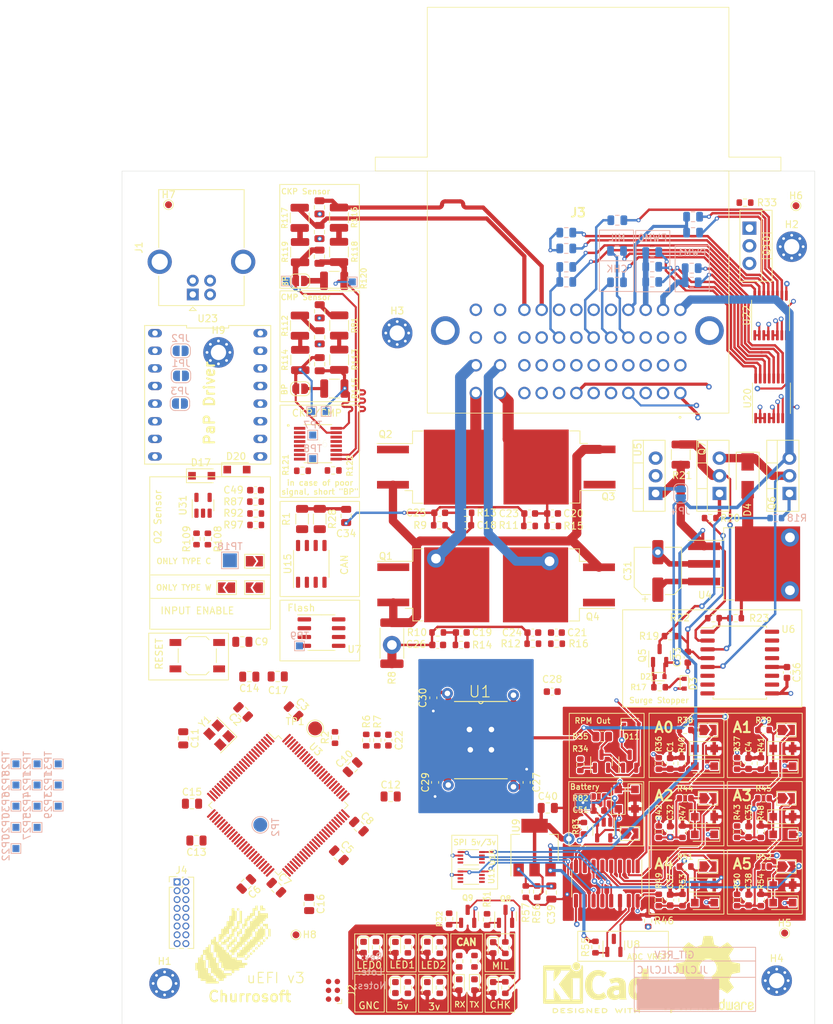
<source format=kicad_pcb>
(kicad_pcb (version 20211014) (generator pcbnew)
  (title_block (title "uEFI") (date "2022-01-10") (rev "v3.0") (company "Churrosoft") (comment 1 "MIT Licence"))
  (layers (0 "F.Cu" signal) (1 "In1.Cu" power) (2 "In2.Cu" signal) (31 "B.Cu" signal) (34 "B.Paste" user) (35 "F.Paste" user) (36 "B.SilkS" user "B.Silkscreen") (37 "F.SilkS" user "F.Silkscreen") (38 "B.Mask" user) (39 "F.Mask" user) (44 "Edge.Cuts" user))
  (net 0 "")
  (net 1 "GND")
  (net 2 "/INY3")
  (net 3 "/INY4")
  (net 4 "/INY2")
  (net 5 "/INY1")
  (net 6 "+5V")
  (net 7 "OSC_IN")
  (net 8 "OSC_OUT")
  (net 9 "+3V3")
  (net 10 "Net-(C7-Pad1)")
  (net 11 "Net-(C8-Pad1)")
  (net 12 "/NRST")
  (net 13 "/USB_D+")
  (net 14 "/USB_D-")
  (net 15 "/SYS_SWO")
  (net 16 "/SYS_SWCLK")
  (net 17 "/SYS_SWDIO")
  (net 18 "Net-(R2-Pad1)")
  (net 19 "Net-(TP2-Pad1)")
  (net 20 "Net-(D1-Pad1)")
  (net 21 "/MTR_STEP")
  (net 22 "/MTR_DIR")
  (net 23 "/MTR_FAULT")
  (net 24 "/ECN2")
  (net 25 "/ECN3")
  (net 26 "/ECN4")
  (net 27 "/MTR_ENABLE")
  (net 28 "/RPM_OUT")
  (net 29 "/AUX_CS_1")
  (net 30 "/AUX_CS_2")
  (net 31 "/Sheet5FA9324A/FB0")
  (net 32 "/AUX_OUT_4")
  (net 33 "/Sheet5FA9324A/FB1")
  (net 34 "/Sheet5FA9324A/FB2")
  (net 35 "/CAN1_RX")
  (net 36 "/CAN1_TX")
  (net 37 "/AUX_IN_1")
  (net 38 "/AUX_IN_2")
  (net 39 "/AUX_IN_3")
  (net 40 "/AUX_IN_4")
  (net 41 "/LED_CAN_RX")
  (net 42 "/LED_CAN_TX")
  (net 43 "/VBUS")
  (net 44 "/Sheet5FA9324A/FB3")
  (net 45 "/R_LMB")
  (net 46 "GNDA")
  (net 47 "/Sheet5FA9324A/GD1")
  (net 48 "/ECN1")
  (net 49 "/Sheet5FA9324A/GD0")
  (net 50 "/Sheet5FA9324A/GD2")
  (net 51 "/MEMORY_CS")
  (net 52 "/Sheet5FA9324A/GD3")
  (net 54 "Net-(Q11-Pad3)")
  (net 55 "Net-(Q11-Pad1)")
  (net 56 "Net-(Q8-Pad1)")
  (net 57 "Net-(Q9-Pad1)")
  (net 58 "/MIL_OUT")
  (net 59 "/CHK_OUT")
  (net 60 "/PMIC_ENABLE")
  (net 61 "/PMIC_MAXI")
  (net 62 "/PMIC_NOMI")
  (net 63 "/PMIC_SPARK")
  (net 64 "/SPI2_MISO")
  (net 65 "/SPI2_SCK")
  (net 66 "/PMIC_CS")
  (net 72 "/SPI2_MOSI")
  (net 73 "/GNC_GLP")
  (net 74 "/RSN")
  (net 75 "/RSP")
  (net 76 "Net-(C22-Pad2)")
  (net 77 "/Sensores/CH7")
  (net 78 "/Sensores/CH0")
  (net 79 "M1")
  (net 80 "L1")
  (net 81 "M2")
  (net 82 "L2")
  (net 83 "H4")
  (net 84 "G4")
  (net 85 "F4")
  (net 86 "E4")
  (net 87 "CMP-")
  (net 88 "CMP+")
  (net 89 "CKP+")
  (net 90 "H3")
  (net 91 "G3")
  (net 92 "F3")
  (net 93 "L4")
  (net 94 "L3")
  (net 95 "+12VA")
  (net 96 "+12V")
  (net 97 "Net-(JP5-Pad2)")
  (net 98 "Net-(R97-Pad1)")
  (net 99 "/AUX_OUT_1")
  (net 100 "/AUX_OUT_2")
  (net 101 "Net-(JP15-Pad1)")
  (net 102 "Net-(JP17-Pad2)")
  (net 103 "Net-(JP18-Pad2)")
  (net 104 "/AUX_OUT_3")
  (net 108 "Net-(C33-Pad1)")
  (net 109 "Net-(C36-Pad1)")
  (net 110 "Net-(D2-Pad1)")
  (net 111 "Net-(D3-Pad1)")
  (net 112 "Net-(D4-Pad1)")
  (net 121 "/Sensores/CH1")
  (net 124 "Net-(Q6-Pad1)")
  (net 125 "Net-(Q7-Pad2)")
  (net 126 "Net-(Q7-Pad1)")
  (net 127 "Net-(R22-Pad2)")
  (net 129 "Net-(C51-Pad1)")
  (net 130 "+5VA")
  (net 131 "Net-(JP23-Pad2)")
  (net 132 "Net-(JP24-Pad2)")
  (net 133 "Net-(R113-Pad1)")
  (net 134 "Net-(R112-Pad2)")
  (net 135 "Net-(R116-Pad2)")
  (net 136 "Net-(R117-Pad2)")
  (net 137 "/CKP")
  (net 138 "/CMP")
  (net 139 "/CKP/CMP_sensors/IN1+")
  (net 140 "/CKP/CMP_sensors/IN1-")
  (net 141 "/CKP/CMP_sensors/IN2-")
  (net 142 "/CKP/CMP_sensors/IN2+")
  (net 143 "/R_ECN_INY")
  (net 144 "/R_GNC_GLP")
  (net 145 "/R_AAC")
  (net 146 "/TIM9_CH1")
  (net 147 "/TIM9_CH2")
  (net 148 "Net-(D5-Pad1)")
  (net 149 "Net-(D6-Pad1)")
  (net 150 "Net-(D7-Pad1)")
  (net 151 "Net-(C34-Pad1)")
  (net 152 "J1")
  (net 153 "Net-(D8-Pad1)")
  (net 154 "Net-(D9-Pad1)")
  (net 155 "Net-(D10-Pad1)")
  (net 156 "/LED0")
  (net 157 "/LED1")
  (net 158 "/LED2")
  (net 159 "Net-(D12-Pad1)")
  (net 160 "Net-(D13-Pad1)")
  (net 161 "/MIL")
  (net 162 "/CHK")
  (net 163 "CKP-")
  (net 164 "Net-(JP1-Pad2)")
  (net 165 "Net-(JP2-Pad2)")
  (net 166 "Net-(JP3-Pad2)")
  (net 167 "M4")
  (net 168 "M3")
  (net 169 "CAN+")
  (net 170 "K1")
  (net 171 "CAN-")
  (net 172 "Net-(Q5-Pad3)")
  (net 173 "Net-(Q10-Pad1)")
  (net 174 "5V_ENABLE")
  (net 175 "D4")
  (net 176 "H1")
  (net 177 "F1")
  (net 178 "E1")
  (net 179 "D1")
  (net 180 "C1")
  (net 181 "B1")
  (net 182 "A1")
  (net 183 "G1")
  (net 184 "E3")
  (net 185 "D3")
  (net 186 "C4")
  (net 187 "B4")
  (net 188 "Net-(F1-Pad1)")
  (net 189 "Net-(F2-Pad1)")
  (net 190 "Net-(F3-Pad1)")
  (net 191 "Net-(F4-Pad1)")
  (net 192 "Net-(F5-Pad1)")
  (net 193 "Net-(F6-Pad1)")
  (net 194 "Net-(F7-Pad1)")
  (net 195 "Net-(F8-Pad1)")
  (net 196 "Net-(F9-Pad1)")
  (net 197 "Net-(F10-Pad1)")
  (net 198 "Net-(F11-Pad1)")
  (net 199 "/PWM/Relays/R3_OUT")
  (net 200 "/PWM/Relays/MIL_OUT")
  (net 201 "/PWM/Relays/CHECK_ENGINE")
  (net 202 "Net-(JP6-Pad2)")
  (net 203 "/Sensores/CH2")
  (net 204 "Net-(JP7-Pad2)")
  (net 205 "/Sensores/CH3")
  (net 206 "Net-(JP8-Pad2)")
  (net 207 "/Sensores/CH4")
  (net 208 "Net-(JP9-Pad2)")
  (net 209 "/Sensores/CH5")
  (net 210 "Net-(JP10-Pad2)")
  (net 211 "/Sensores/CH6")
  (net 212 "Net-(JP12-Pad2)")
  (net 213 "/ADC_CS")
  (net 215 "/PA0")
  (net 216 "/PA1")
  (net 217 "/PA2")
  (net 218 "/PA3")
  (net 219 "/PA4")
  (net 220 "/PA5")
  (net 221 "/PA6")
  (net 222 "/PA7")
  (net 223 "Net-(C39-Pad1)")
  (net 224 "+5C")
  (net 226 "+5VL")
  (net 227 "/Sensores/CS")
  (net 228 "/Sensores/DIN")
  (net 229 "/Sensores/DOUT")
  (net 230 "/Sensores/CLK")
  (footprint "Capacitor_SMD:C_0603_1608Metric" (layer "F.Cu") (at 73.2936 86.9146 180)
    (fp_text reference "C49")
    (fp_text value "240pF")
  )
  (footprint "Resistor_SMD:R_0603_1608Metric" (layer "F.Cu") (at 73.2936 88.5656 180)
    (fp_text reference "R87")
    (fp_text value "3.32k +-1%")
  )
  (footprint "Resistor_SMD:R_0603_1608Metric" (layer "F.Cu") (at 73.3191 90.2801 180)
    (fp_text reference "R92")
    (fp_text value "28.6k +-1%")
  )
  (footprint "Resistor_SMD:R_0603_1608Metric" (layer "F.Cu") (at 73.3191 91.9311)
    (fp_text reference "R97")
    (fp_text value "2.2k")
  )
  (footprint "Package_TO_SOT_SMD:SOT-23-5" (layer "F.Cu") (at 65.722 89.0912 90)
    (fp_text reference "U31")
    (fp_text value "LM321")
  )
  (footprint "Symbol:OSHW-Logo2_14.6x12mm_SilkScreen" (layer "F.Cu") (at 138.557 156.718)
    (fp_text reference "LOGO1" hide)
    (fp_text value "Logo_Open_Hardware_Large" hide)
  )
  (footprint "Jumper:SolderJumper-2_P1.3mm_Open_TrianglePad1.0x1.5mm" (layer "F.Cu") (at 73.1286 97.1508)
    (fp_text reference "JP15" hide)
    (fp_text value "Jumper_NC_Small" hide)
  )
  (footprint "Jumper:SolderJumper-2_P1.3mm_Open_TrianglePad1.0x1.5mm" (layer "F.Cu") (at 69.1154 100.9608 180)
    (fp_text reference "JP17" hide)
    (fp_text value "Jumper_NC_Small" hide)
  )
  (footprint "Jumper:SolderJumper-2_P1.3mm_Open_TrianglePad1.0x1.5mm" (layer "F.Cu") (at 73.1286 100.9608 180)
    (fp_text reference "JP18" hide)
    (fp_text value "Jumper_NC_Small" hide)
  )
  (footprint "Resistor_SMD:R_0603_1608Metric" (layer "F.Cu") (at 66.423 93.9503 -90)
    (fp_text reference "R108")
    (fp_text value "10k")
  )
  (footprint "Resistor_SMD:R_0603_1608Metric" (layer "F.Cu") (at 64.7808 93.9421 90)
    (fp_text reference "R109")
    (fp_text value "10k")
  )
  (footprint "Resistor_SMD:R_0603_1608Metric" (layer "F.Cu") (at 84.49 84.0686)
    (fp_text reference "R122")
    (fp_text value "R_Small")
  )
  (footprint "Diode_SMD:D_SOD-123F" (layer "F.Cu") (at 149.349 133.985)
    (fp_text reference "D24" hide)
    (fp_text value "K26")
  )
  (footprint "Diode_SMD:D_SOD-523" (layer "F.Cu") (at 131.572 113.792)
    (fp_text reference "D2")
    (fp_text value "1N4148")
  )
  (footprint "Capacitor_SMD:C_0603_1608Metric" (layer "F.Cu") (at 116.684 107.442)
    (fp_text reference "C21")
    (fp_text value "10pF")
  )
  (footprint "Resistor_SMD:R_0603_1608Metric" (layer "F.Cu") (at 120.142 126.492 -90)
    (fp_text reference "R34")
    (fp_text value "1k")
  )
  (footprint "Resistor_SMD:R_0603_1608Metric" (layer "F.Cu") (at 146.177 145.9865 90)
    (fp_text reference "R54")
    (fp_text value "3.32k +-1%")
  )
  (footprint "Resistor_SMD:R_0603_1608Metric" (layer "F.Cu") (at 95.267666 158.605737 90)
    (fp_text reference "R4" hide)
    (fp_text value "4.7k")
  )
  (footprint "Capacitor_SMD:C_0805_2012Metric" (layer "F.Cu") (at 72.39 113.792 180)
    (fp_text reference "C14")
    (fp_text value "100nF")
  )
  (footprint "Capacitor_SMD:C_0805_2012Metric" (layer "F.Cu") (at 62.865 122.682 -90)
    (fp_text reference "C11")
    (fp_text value "100nF")
  )
  (footprint "Capacitor_SMD:C_0805_2012Metric" (layer "F.Cu") (at 71.39 108.7684 180)
    (fp_text reference "C9")
    (fp_text value "100nF")
  )
  (footprint "Package_TO_SOT_THT:TO-220-3_Vertical" (layer "F.Cu") (at 140.208 87.376 90)
    (fp_text reference "Q7")
    (fp_text value "IRF540N")
  )
  (footprint "Package_TO_SOT_SMD:SOT-23" (layer "F.Cu") (at 124.968 152.527 90)
    (fp_text reference "U8")
    (fp_text value "LM4040DBZ-5")
  )
  (footprint "Jumper:SolderJumper-2_P1.3mm_Open_TrianglePad1.0x1.5mm" (layer "F.Cu") (at 138.557 131.318)
    (fp_text reference "JP7" hide)
    (fp_text value "Jumper_NC_Small")
  )
  (footprint "Resistor_SMD:R_0603_1608Metric" (layer "F.Cu") (at 99.867666 152.830737 90)
    (fp_text reference "R27" hide)
    (fp_text value "4.7k")
  )
  (footprint "Package_TO_SOT_SMD:SOT-23" (layer "F.Cu") (at 131.572 110.744 90)
    (fp_text reference "Q5")
    (fp_text value "SS8050")
  )
  (footprint "Diode_SMD:D_SOD-123F" (layer "F.Cu") (at 138.049 143.8275)
    (fp_text reference "D29" hide)
    (fp_text value "K26")
  )
  (footprint "Resistor_SMD:R_0603_1608Metric" (layer "F.Cu") (at 112.807 92.07)
    (fp_text reference "R11")
    (fp_text value "4.02k")
  )
  (footprint "Resistor_SMD:R_0603_1608Metric" (layer "F.Cu") (at 146.177 126.3015 90)
    (fp_text reference "R41")
    (fp_text value "3.32k +-1%")
  )
  (footprint "Symbol:KiCad-Logo2_6mm_SilkScreen" (layer "F.Cu") (at 122.420514 157.927848)
    (fp_text reference "SYM1" hide)
    (fp_text value "SYM_Hot_Small" hide)
  )
  (footprint "Resistor_SMD:R_0603_1608Metric" (layer "F.Cu") (at 102.667666 154.805737 90)
    (fp_text reference "R24" hide)
    (fp_text value "4.7k")
  )
  (footprint "Resistor_SMD:R_0603_1608Metric" (layer "F.Cu") (at 113.284 109.042)
    (fp_text reference "R12")
    (fp_text value "4.02k")
  )
  (footprint "MountingHole:MountingHole_2.2mm_M2_Pad_Via" (layer "F.Cu") (at 67.945 67.056)
    (fp_text reference "H9")
    (fp_text value "MountingHole" hide)
  )
  (footprint "Capacitor_SMD:C_0603_1608Metric" (layer "F.Cu") (at 112.395 129.032 -90)
    (fp_text reference "C27")
    (fp_text value "10nF")
  )
  (footprint "Capacitor_SMD:C_0603_1608Metric" (layer "F.Cu") (at 112.832 90.27 180)
    (fp_text reference "C23")
    (fp_text value "10nF")
  )
  (footprint "MountingHole:MountingHole_2.2mm_M2_Pad_Via" (layer "F.Cu") (at 150.622 51.816)
    (fp_text reference "H2")
    (fp_text value "MountingHole" hide)
  )
  (footprint "Capacitor_SMD:C_0603_1608Metric" (layer "F.Cu") (at 135.636 110.985 -90)
    (fp_text reference "C33")
    (fp_text value "47nF")
  )
  (footprint "LED_SMD:LED_0603_1608Metric" (layer "F.Cu") (at 102.667666 158.205737 -90)
    (fp_text reference "D7" hide)
    (fp_text value "LED")
  )
  (footprint "Capacitor_SMD:CP_Elec_6.3x7.7" (layer "F.Cu") (at 131.318 98.552 90)
    (fp_text reference "C31")
    (fp_text value "100uF ±20% 35V")
  )
  (footprint "Jumper:SolderJumper-2_P1.3mm_Open_RoundedPad1.0x1.5mm" (layer "F.Cu") (at 79.7106 56.7534)
    (fp_text reference "JP24" hide)
    (fp_text value "SolderJumper_2_Open" hide)
  )
  (footprint "LED_SMD:LED_0603_1608Metric" (layer "F.Cu") (at 98.067666 158.605737 -90)
    (fp_text reference "D1" hide)
    (fp_text value "LED")
  )
  (footprint "Capacitor_SMD:C_0805_2012Metric" (layer "F.Cu") (at 64.77 137.414 180)
    (fp_text reference "C13")
    (fp_text value "100nF")
  )
  (footprint "Capacitor_SMD:C_0603_1608Metric" (layer "F.Cu") (at 99.857 90.17 180)
    (fp_text reference "C25")
    (fp_text value "10nF")
  )
  (footprint "OpenEFI-STM32F_rev3:churro_new_v4" (layer "F.Cu") (at 70.231 152.4)
    (fp_text reference "Churrosoft")
    (fp_text value "SYM_Hot_Large" hide)
  )
  (footprint "Resistor_SMD:R_0603_1608Metric" (layer "F.Cu") (at 90.667666 152.805737 90)
    (fp_text reference "R25" hide)
    (fp_text value "4.7k")
  )
  (footprint "Package_SO:SOIC-16_3.9x9.9mm_P1.27mm" (layer "F.Cu") (at 123.952 143.6116 -90)
    (fp_text reference "U2" hide)
    (fp_text value "MCP3208")
  )
  (footprint "Capacitor_SMD:C_0805_2012Metric" (layer "F.Cu") (at 78.776751 118.781751 135)
    (fp_text reference "C3")
    (fp_text value "15pF")
  )
  (footprint "Resistor_SMD:R_0603_1608Metric" (layer "F.Cu") (at 142.745 136.144 90)
    (fp_text reference "R43")
    (fp_text value "28.6k +-1%")
  )
  (footprint "Resistor_SMD:R_0603_1608Metric" (layer "F.Cu") (at 102.943 109.22)
    (fp_text reference "R14")
    (fp_text value "36K")
  )
  (footprint "Resistor_SMD:R_0603_1608Metric" (layer "F.Cu") (at 146.174 136.144 90)
    (fp_text reference "R48")
    (fp_text value "3.32k +-1%")
  )
  (footprint "Capacitor_SMD:C_0603_1608Metric" (layer "F.Cu") (at 133.096 126.3015 90)
    (fp_text reference "C1")
    (fp_text value "240pF")
  )
  (footprint "Capacitor_SMD:C_0805_2012Metric" (layer "F.Cu") (at 82.5424 68.754 90)
    (fp_text reference "C54" hide)
    (fp_text value "0.01uF")
  )
  (footprint "Capacitor_SMD:C_0805_2012Metric" (layer "F.Cu") (at 115.951 144.907 -90)
    (fp_text reference "C39")
    (fp_text value "100nF")
  )
  (footprint "Resistor_SMD:R_0603_1608Metric" (layer "F.Cu") (at 135.255 131.318 180)
    (fp_text reference "R44")
    (fp_text value "2.2k")
  )
  (footprint "TestPoint:TestPoint_Pad_D1.0mm" (layer "F.Cu") (at 149.606 150.749)
    (fp_text reference "H5")
    (fp_text value "MountingHole" hide)
  )
  (footprint "Diode_SMD:D_SOD-123F" (layer "F.Cu") (at 65.532 84.836)
    (fp_text reference "D17")
    (fp_text value "K26")
  )
  (footprint "Resistor_SMD:R_0603_1608Metric" (layer "F.Cu") (at 116.157 92.07 180)
    (fp_text reference "R15")
    (fp_text value "36K")
  )
  (footprint "Package_SO:TSSOP-16_4.4x5mm_P0.65mm" (layer "F.Cu") (at 147.701 73.66 90)
    (fp_text reference "U20")
    (fp_text value "TPL7407LAPWR")
  )
  (footprint "LED_SMD:LED_0603_1608Metric" (layer "F.Cu") (at 104.867666 158.205737 -90)
    (fp_text reference "D6" hide)
    (fp_text value "LED")
  )
  (footprint "Resistor_SMD:R_0603_1608Metric" (layer "F.Cu") (at 112.268 144.78 90)
    (fp_text reference "R57")
    (fp_text value "220")
  )
  (footprint "Package_SO:TSSOP-16_4.4x5mm_P0.65mm" (layer "F.Cu") (at 147.574 61.722 90)
    (fp_text reference "U22")
    (fp_text value "TPL7407LAPWR")
  )
  (footprint "LED_SMD:LED_0603_1608Metric" (layer "F.Cu") (at 98.067666 152.793237 -90)
    (fp_text reference "D10" hide)
    (fp_text value "LED")
  )
  (footprint "Package_SO:VSSOP-8_2.3x2mm_P0.5mm" (layer "F.Cu") (at 104.394 142.621)
    (fp_text reference "U11")
    (fp_text value "TXS0102DCU")
  )
  (footprint "Diode_SMD:D_SOD-123F" (layer "F.Cu") (at 70.612 83.947)
    (fp_text reference "D20")
    (fp_text value "K26")
  )
  (footprint "Resistor_SMD:R_0603_1608Metric" (layer "F.Cu") (at 142.748 145.9865 90)
    (fp_text reference "R50")
    (fp_text value "28.6k +-1%")
  )
  (footprint "Resistor_SMD:R_0603_1608Metric" (layer "F.Cu") (at 90.856 122.936 -90)
    (fp_text reference "R7")
    (fp_text value "100R" hide)
  )
  (footprint "Package_SO:SOIC-16W_7.5x10.3mm_P1.27mm" (layer "F.Cu") (at 143.136 111.76)
    (fp_text reference "U6")
    (fp_text value "LT4363IMS")
  )
  (footprint "Resistor_SMD:R_1210_3225Metric" (layer "F.Cu") (at 85.328 47.6352 -90)
    (fp_text reference "R116")
    (fp_text value "4.99K 1/2W")
  )
  (footprint "Package_TO_SOT_SMD:SOT-23" (layer "F.Cu") (at 109.347 148.336 90)
    (fp_text reference "Q8")
    (fp_text value "SS8050" hide)
  )
  (footprint "Resistor_SMD:R_0603_1608Metric" (layer "F.Cu") (at 106.68 148.7955 -90)
    (fp_text reference "R31")
    (fp_text value "1k")
  )
  (footprint "Package_QFP:LQFP-100_14x14mm_P0.5mm" (layer "F.Cu") (at 76.581 132.334 -45)
    (fp_text reference "U3")
    (fp_text value "STM32F407VGTx")
  )
  (footprint "Diode_SMD:D_SOD-123F" (layer "F.Cu") (at 128.016 131.445 -90)
    (fp_text reference "D28" hide)
    (fp_text value "K26")
  )
  (footprint "Jumper:SolderJumper-2_P1.3mm_Open_TrianglePad1.0x1.5mm" (layer "F.Cu") (at 138.557 141.1605)
    (fp_text reference "JP9" hide)
    (fp_text value "Jumper_NC_Small")
  )
  (footprint "Resistor_SMD:R_0603_1608Metric" (layer "F.Cu") (at 131.445 136.144 90)
    (fp_text reference "R42")
    (fp_text value "28.6k +-1%")
  )
  (footprint "Resistor_SMD:R_0603_1608Metric" (layer "F.Cu") (at 134.874 145.9865 90)
    (fp_text reference "R53")
    (fp_text value "3.32k +-1%")
  )
  (footprint "Resistor_SMD:R_0603_1608Metric" (layer "F.Cu") (at 95.267666 152.780737 90)
    (fp_text reference "R26" hide)
    (fp_text value "4.7k")
  )
  (footprint "Package_TO_SOT_THT:TO-220-3_Vertical" (layer "F.Cu") (at 130.993 87.376 90)
    (fp_text reference "U5")
    (fp_text value "MIC2940A-5.0WT" hide)
  )
  (footprint "LED_SMD:LED_0603_1608Metric" (layer "F.Cu") (at 107.567666 152.855737 -90)
    (fp_text reference "D12" hide)
    (fp_text value "LED")
  )
  (footprint "Capacitor_SMD:C_0603_1608Metric" (layer "F.Cu") (at 144.396 136.144 90)
    (fp_text reference "C35")
    (fp_text value "240pF")
  )
  (footprint "Jumper:SolderJumper-2_P1.3mm_Open_TrianglePad1.0x1.5mm" (layer "F.Cu") (at 127.291 136.398)
    (fp_text reference "JP12" hide)
    (fp_text value "Jumper_NC_Small")
  )
  (footprint "Diode_SMD:D_SMA" (layer "F.Cu") (at 144.272 84.836 -90)
    (fp_text reference "D4")
    (fp_text value "SMAJ58CA")
  )
  (footprint "Capacitor_SMD:C_0805_2012Metric" (layer "F.Cu") (at 81.026 146.558 -90)
    (fp_text reference "C16")
    (fp_text value "4.7uF")
  )
  (footprint "Capacitor_SMD:C_0603_1608Metric" (layer "F.Cu") (at 99.568 109.22 180)
    (fp_text reference "C26")
    (fp_text value "10nF")
  )
  (footprint "Diode_SMD:D_SOD-123F" (layer "F.Cu") (at 149.352 126.6825 180)
    (fp_text reference "D15" hide)
    (fp_text value "K26")
  )
  (footprint "LED_SMD:LED_0603_1608Metric" (layer "F.Cu") (at 88.867666 152.805737 -90)
    (fp_text reference "D8" hide)
    (fp_text value "LED")
  )
  (footprint "Capacitor_SMD:C_0805_2012Metric" (layer "F.Cu") (at 64.129152 132.0986)
    (fp_text reference "C15")
    (fp_text value "100nF")
  )
  (footprint "Resistor_SMD:R_1206_3216Metric" (layer "F.Cu") (at 80.012 91.0664 -90)
    (fp_text reference "R1")
    (fp_text value "R_Small")
  )
  (footprint "Diode_SMD:D_SOD-323" (layer "F.Cu") (at 127.508 120.65)
    (fp_text reference "D11")
    (fp_text value "MM3Z24VT1G")
  )
  (footprint "Resistor_SMD:R_1210_3225Metric" (layer "F.Cu") (at 79.6924 63.1957 -90)
    (fp_text reference "R112")
    (fp_text value "4.99K 1/2W")
  )
  (footprint "Diode_SMD:D_SOD-123F" (layer "F.Cu") (at 138.049 124.1425)
    (fp_text reference "D19" hide)
    (fp_text value "K26")
  )
  (footprint "Resistor_SMD:R_0603_1608Metric" (layer "F.Cu") (at 135.255 141.1605 180)
    (fp_text reference "R51")
    (fp_text value "2.2k")
  )
  (footprint "Capacitor_SMD:C_0805_2012Metric" (layer "F.Cu") (at 82.513 53.26 90)
    (fp_text reference "C57" hide)
    (fp_text value "0.01uF")
  )
  (footprint "Package_TO_SOT_SMD:SOT-23" (layer "F.Cu") (at 123.19 125.984 90)
    (fp_text reference "Q11" hide)
    (fp_text value "SS8050")
  )
  (footprint "Package_TO_SOT_SMD:TO-263-2" (layer "F.Cu") (at 98.936 100.553)
    (fp_text reference "Q1")
    (fp_text value "ISL9V5045S3ST")
  )
  (footprint "Capacitor_SMD:C_0805_2012Metric" (layer "F.Cu") (at 115.443 132.715)
    (fp_text reference "C40")
    (fp_text value "4.7uF")
  )
  (footprint "Resistor_SMD:R_0603_1608Metric" (layer "F.Cu") (at 129.921 148.971 -90)
    (fp_text reference "R46")
    (fp_text value "0")
  )
  (footprint "Capacitor_SMD:C_0805_2012Metric" (layer "F.Cu") (at 76.297 144.1986 -45)
    (fp_text reference "C7")
    (fp_text value "2.2uF")
  )
  (footprint "Resistor_SMD:R_0603_1608Metric" (layer "F.Cu") (at 89.256 122.936 -90)
    (fp_text reference "R6")
    (fp_text value "100R")
  )
  (footprint "Resistor_SMD:R_1210_3225Metric" (layer "F.Cu") (at 79.713 52.6055 -90)
    (fp_text reference "R119")
    (fp_text value "4.99K 1/2W")
  )
  (footprint "Capacitor_SMD:C_0603_1608Metric" (layer "F.Cu") (at 133.096 145.9865 90)
    (fp_text reference "C37")
    (fp_text value "240pF")
  )
  (footprint "Capacitor_SMD:C_0805_2012Metric" (layer "F.Cu") (at 88.197 135.3986 -45)
    (fp_text reference "C8")
    (fp_text value "2.2uF")
  )
  (footprint "MountingHole:MountingHole_2.2mm_M2_Pad_Via" (layer "F.Cu") (at 60.174274 158.011726)
    (fp_text reference "H1")
    (fp_text value "MountingHole" hide)
  )
  (footprint "Capacitor_SMD:C_0603_1608Metric" (layer "F.Cu") (at 103.607 91.97)
    (fp_text reference "C18")
    (fp_text value "10pF")
  )
  (footprint "TestPoint:TestPoint_Pad_D1.0mm" (layer "F.Cu") (at 60.74 45.7684)
    (fp_text reference "H7")
    (fp_text value "MountingHole" hide)
  )
  (footprint "OpenEFI-STM32F_rev3:DIP-16_598_ELL" (layer "F.Cu") (at 66.39 73.168 -90)
    (fp_text reference "U23")
    (fp_text value "PaP_Driver_v1" hide)
  )
  (footprint "Diode_SMD:D_SOD-123F" (layer "F.Cu") (at 138.049 146.3675 180)
    (fp_text reference "D26" hide)
    (fp_text value "K26")
  )
  (footprint "Diode_SMD:D_SOD-123F" (layer "F.Cu") (at 149.352 143.8275)
    (fp_text reference "D30" hide)
    (fp_text value "K26")
  )
  (footprint "Connector:Tag-Connect_TC2030-IDC-NL_2x03_P1.27mm_Vertical" (layer "F.Cu") (at 84.455 159.004 90)
    (fp_text reference "J2")
    (fp_text value "Tag connect")
  )
  (footprint "Diode_SMD:D_SOD-123F" (layer "F.Cu") (at 149.349 136.525 180)
    (fp_text reference "D22" hide)
    (fp_text value "K26")
  )
  (footprint "MountingHole:MountingHole_2.2mm_M2_Pad_Via" (layer "F.Cu") (at 148.463 157.607)
    (fp_text reference "H4")
    (fp_text value "MountingHole" hide)
  )
  (footprint "Package_SO:SOIC-8_3.9x4.9mm_P1.27mm" (layer "F.Cu") (at 82.804 107.442)
    (fp_text reference "U7")
    (fp_text value "25LCxxx")
  )
  (footprint "TestPoint:TestPoint_Pad_D2.0mm" (layer "F.Cu") (at 81.897 121.2486)
    (fp_text reference "TP1")
    (fp_text value "BOOT0" hide)
  )
  (footprint "Resistor_SMD:R_0603_1608Metric" (layer "F.Cu") (at 139.336 105.36)
    (fp_text reference "R22")
    (fp_text value "57.6K 1/10W")
  )
  (footprint "Connector_PinHeader_1.27mm:PinHeader_2x08_P1.27mm_Vertical" (layer "F.Cu") (at 61.976 143.383)
    (fp_text reference "J4")
    (fp_text value "Conn_02x08_Odd_Even" hide)
  )
  (footprint "Package_TO_SOT_SMD:SOT-223-3_TabPin2" (layer "F.Cu") (at 113.538 138.43 90)
    (fp_text reference "U9")
    (fp_text value "AMS1117")
  )
  (footprint "Capacitor_SMD:C_0805_2012Metric" (layer "F.Cu") (at 85.307249 139.536249 -45)
    (fp_text reference "C5")
    (fp_text value "100nF")
  )
  (footprint "Resistor_SMD:R_2512_6332Metric" (layer "F.Cu") (at 92.964 108.966 -90)
    (fp_text reference "R8")
    (fp_text value "0.02R")
  )
  (footprint "Resistor_SMD:R_0603_1608Metric" (layer "F.Cu") (at 143.891 45.466)
    (fp_text reference "R33")
    (fp_text value "10R 1/10W")
  )
  (footprint "Resistor_SMD:R_0603_1608Metric" (layer "F.Cu") (at 99.568 107.42)
    (fp_text reference "R10")
    (fp_text value "4.02k")
  )
  (footprint "OpenEFI-STM32F_rev3:SOP65P1030X245-33N" (layer "F.Cu") (at 105.791 122.936)
    (fp_text reference "U1")
    (fp_text value "MCZ33810EK")
  )
  (footprint "LED_SMD:LED_0603_1608Metric" (layer "F.Cu") (at 93.467666 158.605737 -90)
    (fp_text reference "D5" hide)
    (fp_text value "LED")
  )
  (footprint "Resistor_SMD:R_1210_3225Metric" (layer "F.Cu") (at 79.663 47.6555 -90)
    (fp_text reference "R117")
    (fp_text value "4.99K 1/2W" hide)
  )
  (footprint "Resistor_SMD:R_1210_3225Metric" (layer "F.Cu") (at 85.328 52.5735 -90)
    (fp_text reference "R118")
    (fp_text value "4.99K 1/2W" hide)
  )
  (footprint "Package_TO_SOT_THT:TO-220-3_Vertical" (layer "F.Cu") (at 144.526 49.149 -90)
    (fp_text reference "Q10")
    (fp_text value "IRF540N" hide)
  )
  (footprint "Package_TO_SOT_SMD:TO-263-2" (layer "F.Cu") (at 117.052 100.565 180)
    (fp_text reference "Q4")
    (fp_text value "ISL9V5045S3ST")
  )
  (footprint "Resistor_SMD:R_1210_3225Metric" (layer "F.Cu") (at 84.6275 56.7284 180)
    (fp_text reference "R120")
    (fp_text value "4.99K 1/2W")
  )
  (footprint "Resistor_SMD:R_0603_1608Metric" (layer "F.Cu") (at 146.558 121.4755 180)
    (fp_text reference "R39")
    (fp_text value "2.2k")
  )
  (footprint "Resistor_SMD:R_0603_1608Metric" (layer "F.Cu") (at 113.919 144.78 90)
    (fp_text reference "R56")
    (fp_text value "750")
  )
  (footprint "Capacitor_SMD:C_0603_1608Metric" (layer "F.Cu") (at 144.399 126.3015 90)
    (fp_text reference "C4")
    (fp_text value "240pF")
  )
  (footprint "Resistor_SMD:R_1210_3225Metric" (layer "F.Cu") (at 84.6569 72.2686 180)
    (fp_text reference "R115")
    (fp_text value "4.99K 1/2W")
  )
  (footprint "Jumper:SolderJumper-2_P1.3mm_Open_TrianglePad1.0x1.5mm" (layer "F.Cu") (at 138.557 121.4755)
    (fp_text reference "JP5" hide)
    (fp_text value "Jumper_NC_Small")
  )
  (footprint "Package_TO_SOT_SMD:SOT-23" (layer "F.Cu") (at 127.254 125.984 90)
    (fp_text reference "Q12" hide)
    (fp_text value "AO3400A")
  )
  (footprint "Jumper:SolderJumper-2_P1.3mm_Open_TrianglePad1.0x1.5mm" (layer "F.Cu") (at 149.86 141.1605)
    (fp_text reference "JP10" hide)
    (fp_text value "Jumper_NC_Small")
  )
  (footprint "Package_SO:VSSOP-8_2.3x2mm_P0.5mm" (layer "F.Cu") (at 104.394 139.827)
    (fp_text reference "U10")
    (fp_text value "TXS0102DCU")
  )
  (footprint "Jumper:SolderJumper-2_P1.3mm_Open_TrianglePad1.0x1.5mm" (layer "F.Cu") (at 149.86 121.4755)
    (fp_text reference "JP6" hide)
    (fp_text value "Jumper_NC_Small")
  )
  (footprint "Diode_SMD:D_SOD-123F" (layer "F.Cu") (at 149.352 124.1425)
    (fp_text reference "D18" hide)
    (fp_text value "K26")
  )
  (footprint "Resistor_SMD:R_0603_1608Metric" (layer "F.Cu") (at 146.558 141.1605 180)
    (fp_text reference "R52")
    (fp_text value "2.2k")
  )
  (footprint "Resistor_SMD:R_0805_2012Metric" (layer "F.Cu") (at 123.2935 122.428)
    (fp_text reference "R35")
    (fp_text value "100k")
  )
  (footprint "MountingHole:MountingHole_2.2mm_M2_Pad_Via" (layer "F.Cu") (at 93.726 64.262)
    (fp_text reference "H3")
    (fp_text value "MountingHole" hide)
  )
  (footprint "Resistor_SMD:R_0603_1608Metric" (layer "F.Cu") (at 80.065 84.1186 180)
    (fp_text reference "R121")
    (fp_text value "R_Small")
  )
  (footprint "Resistor_SMD:R_0603_1608Metric" (layer "F.Cu") (at 99.867666 158.605737 -90)
    (fp_text reference "R3" hide)
    (fp_text value "4.7k")
  )
  (footprint "LED_SMD:LED_0603_1608Metric" (layer "F.Cu") (at 107.567666 158.605737 -90)
    (fp_text reference "D13" hide)
    (fp_text value "LED")
  )
  (footprint "Package_TO_SOT_SMD:TO-263-3_TabPin2" (layer "F.Cu") (at 143.764 97.536)
    (fp_text reference "U4")
    (fp_text value "MIC2940A-3.3WU")
  )
  (footprint "LED_SMD:LED_0603_1608Metric" (layer "F.Cu") (at 93.467666 152.818237 -90)
    (fp_text reference "D9" hide)
    (fp_text value "LED")
  )
  (footprint "Capacitor_SMD:C_0805_2012Metric" (layer "F.Cu") (at 92.776 131.064)
    (fp_text reference "C12")
    (fp_text value "100nF")
  )
  (footprint "Package_TO_SOT_SMD:SOT-23-5" (layer "F.Cu") (at 123.51 135.89 -90)
    (fp_text reference "U27" hide)
    (fp_text value "LM321")
  )
  (footprint "Resistor_SMD:R_0603_1608Metric" (layer "F.Cu") (at 146.555 131.318 180)
    (fp_text reference "R45")
    (fp_text value "2.2k")
  )
  (footprint "TestPoint:TestPoint_Pad_D1.0mm" (layer "F.Cu") (at 151.24 45.9184)
    (fp_text reference "H6")
    (fp_text value "MountingHole" hide)
  )
  (footprint "Capacitor_SMD:C_0603_1608Metric" (layer "F.Cu") (at 113.284 107.442 180)
    (fp_text reference "C24")
    (fp_text value "10nF")
  )
  (footprint "Capacitor_SMD:C_0603_1608Metric" (layer "F.Cu") (at 149.936 113.185 -90)
    (fp_text reference "C36")
    (fp_text value "0.1uF")
  )
  (footprint "Resistor_SMD:R_0603_1608Metric" (layer "F.Cu") (at 131.445 145.9865 90)
    (fp_text reference "R49")
    (fp_text value "28.6k +-1%")
  )
  (footprint "Capacitor_SMD:C_0805_2012Metric" (layer "F.Cu") (at 82.513 49.704 -90)
    (fp_text reference "C55" hide)
    (fp_text value "0.01uF")
  )
  (footprint "Resistor_SMD:R_0603_1608Metric" (layer "F.Cu") (at 133.096 107.95 180)
    (fp_text reference "R19")
    (fp_text value "1M 1/10W")
  )
  (footprint "Resistor_SMD:R_0603_1608Metric" (layer "F.Cu") (at 135.255 121.4755 180)
    (fp_text reference "R38")
    (fp_text value "2.2k")
  )
  (footprint "Resistor_SMD:R_0603_1608Metric" (layer "F.Cu") (at 122.809 131.064 180)
    (fp_text reference "R82")
    (fp_text value "100k 1/10W +-1%")
  )
  (footprint "Capacitor_SMD:C_0805_2012Metric" (layer "F.Cu") (at 82.5424 64.878 -90)
    (fp_text reference "C52" hide)
    (fp_text value "0.01uF")
  )
  (footprint "Resistor_SMD:R_0603_1608Metric" (layer "F.Cu") (at 131.445 126.3015 90)
    (fp_text reference "R36")
    (fp_text value "28.6k +-1%")
  )
  (footprint "Capacitor_SMD:C_0805_2012Metric" (layer "F.Cu") (at 71.957401 143.670351 -135)
    (fp_text reference "C6")
    (fp_text value "1uF")
  )
  (footprint "Resistor_SMD:R_0603_1608Metric" (layer "F.Cu") (at 84.754 122.5652 90)
    (fp_text reference "R2")
    (fp_text value "10k")
  )
  (footprint "Capacitor_SMD:C_0603_1608Metric" (layer "F.Cu") (at 116.132 90.27)
    (fp_text reference "C20")
    (fp_text value "10pF")
  )
  (footprint "Capacitor_SMD:C_0603_1608Metric" (layer "F.Cu") (at 99.187 129.032 90)
    (fp_text reference "C29")
    (fp_text value "10nF")
  )
  (footprint "Resistor_SMD:R_1210_3225Metric" (layer "F.Cu") (at 79.7424 68.1457 -90)
    (fp_text reference "R114")
    (fp_text value "4.99K 1/2W" hide)
  )
  (footprint "Diode_SMD:D_SOD-123F" (layer "F.Cu") (at 138.049 126.6825 180)
    (fp_text reference "D16" hide)
    (fp_text value "K26")
  )
  (footprint "Package_TO_SOT_SMD:TO-263-2" (layer "F.Cu") (at 98.886 83.5906)
    (fp_text reference "Q2")
    (fp_text value "ISL9V5045S3ST")
  )
  (footprint "Diode_SMD:D_SOD-523" (layer "F.Cu") (at 135.128 114.808 -90)
    (fp_text reference "D3")
    (fp_text value "1N4148")
  )
  (footprint "Jumper:SolderJumper-2_P1.3mm_Open_TrianglePad1.0x1.5mm" (layer "F.Cu") (at 149.857 131.318)
    (fp_text reference "JP8" hide)
    (fp_text value "Jumper_NC_Small")
  )
  (footprint "Resistor_SMD:R_0603_1608Metric" (layer "F.Cu") (at 116.709 109.042 180)
    (fp_text reference "R16")
    (fp_text value "36K")
  )
  (footprint "Resistor_SMD:R_0603_1608Metric" (layer "F.Cu") (at 142.536 105.36 180)
    (fp_text reference "R23")
    (fp_text value "4.99K 1/10W")
  )
  (footprint "Package_TO_SOT_SMD:TO-263-2" (layer "F.Cu") (at 117.132 83.5716 180)
    (fp_text reference "Q3")
    (fp_text value "ISL9V5045S3ST")
  )
  (footprint "Resistor_SMD:R_0603_1608Metric" (layer "F.Cu") (at 142.748 126.3015 90)
    (fp_text reference "R37")
    (fp_text value "28.6k +-1%")
  )
  (footprint "TestPoint:TestPoint_Pad_D1.0mm" (layer "F.Cu") (at 79.121 151.003)
    (fp_text reference "H8")
    (fp_text value "MountingHole" hide)
  )
  (footprint "Resistor_SMD:R_0603_1608Metric" (layer "F.Cu") (at 99.807 91.97)
    (fp_text reference "R9")
    (fp_text value "4.02k")
  )
  (footprint "Resistor_SMD:R_0603_1608Metric" (layer "F.Cu") (at 120.65 135.636 90)
    (fp_text reference "R83")
    (fp_text value "20k  1/10W +-1%")
  )
  (footprint "Capacitor_SMD:C_0603_1608Metric" (layer "F.Cu") (at 116.078 115.951)
    (fp_text reference "C28")
    (fp_text value "10nF" hide)
  )
  (footprint "Resistor_SMD:R_0603_1608Metric" (layer "F.Cu") (at 134.874 136.144 90)
    (fp_text reference "R47")
    (fp_text value "3.32k +-1%")
  )
  (footprint "Capacitor_SMD:C_0603_1608Metric" (layer "F.Cu") (at 92.456 122.936 90)
    (fp_text reference "C22")
    (fp_text value "10pF")
  )
  (footprint "Package_TO_SOT_THT:TO-220-3_Vertical" (layer "F.Cu") (at 150.297 87.376 90)
    (fp_text reference "Q6")
    (fp_text value "IRF540N")
  )
  (footprint "Resistor_SMD:R_0603_1608Metric" (layer "F.Cu") (at 138.875 90.932 180)
    (fp_text reference "R20")
    (fp_text value "10R 1/10W")
  )
  (footprint "Capacitor_SMD:C_0603_1608Metric" (layer "F.Cu") (at 122.809 133.096 180)
    (fp_text reference "C51")
    (fp_text value "240pF")
  )
  (footprint "Resistor_SMD:R_1210_3225Metric" (layer "F.Cu") (at 85.3574 63.1754 -90)
    (fp_text reference "R81")
    (fp_text value "4.99K 1/2W")
  )
  (footprint "Connector_USB:USB_B_OST_USB-B1HSxx_Horizontal" (layer "F.Cu") (at 64.24 58.7059 90)
    (fp_text reference "J1")
    (fp_text value "USB_B" hide)
  )
  (footprint "OpenEFI-STM32F_rev3:SOP63P602X175-16N" (layer "F.Cu") (at 82.29 80.2132)
    (fp_text reference "U36")
    (fp_text value "MAX9926UAEE+")
  )
  (footprint "Package_TO_SOT_SMD:SOT-23" (layer "F.Cu") (at 103.886 148.336 90)
    (fp_text reference "Q9")
    (fp_text value "SS8050")
  )
  (footprint "Capacitor_SMD:C_0805_2012Metric" (layer "F.Cu") (at 71.501 118.872 -45)
    (fp_text reference "C2")
    (fp_text value "15pF")
  )
  (footprint "Resistor_SMD:R_1206_3216Metric" (layer "F.Cu") (at 82.552 91.0664 -90)
    (fp_text reference "R28")
    (fp_text value "R_Small")
  )
  (footprint "Diode_SMD:D_SOD-123F" (layer "F.Cu") (at 149.352 146.3675 180)
    (fp_text reference "D27" hide)
    (fp_text value "K26")
  )
  (footprint "Diode_SMD:D_SOD-123F" (layer "F.Cu") (at 138.049 136.525 180)
    (fp_text reference "D21" hide)
    (fp_text value "K26")
  )
  (footprint "Button_Switch_SMD:SW_SPST_TL3342" (layer "F.Cu") (at 64.89 110.7684)
    (fp_text reference "SW1" hide)
    (fp_text value "SW_Push")
  )
  (footprint "Resistor_SMD:R_1210_3225Metric" (layer "F.Cu") (at 85.3574 68.1137 -90)
    (fp_text reference "R113")
    (fp_text value "4.99K 1/2W" hide)
  )
  (footprint "Capacitor_SMD:C_0603_1608Metric" (layer "F.Cu") (at 144.399 145.9865 90)
    (fp_text reference "C38")
    (fp_text value "240pF")
  )
  (footprint "Jumper:SolderJumper-2_P1.3mm_Open_RoundedPad1.0x1.5mm" (layer "F.Cu") (at 79.74 72.2936)
    (fp_text reference "JP23" hide)
    (fp_text value "SolderJumper_2_Open" hide)
  )
  (footprint "Capacitor_SMD:C_0805_2012Metric" (layer "F.Cu") (at 87.285751 126.836249 45)
    (fp_text reference "C10")
    (fp_text value "100nF")
  )
  (footprint "Capacitor_SMD:C_0805_2012Metric" (layer "F.Cu") (at 76.49 113.767)
    (fp_text reference "C17")
    (fp_text value "100nF")
  )
  (footprint "Capacitor_SMD:C_0805_2012Metric" (layer "F.Cu") (at 86.362 90.6244 -90)
    (fp_text reference "C34")
    (fp_text value "4.7nF")
  )
  (footprint "Capacitor_SMD:C_0603_1608Metric" (layer "F.Cu") (at 102.968 107.42 180)
    (fp_text reference "C19")
    (fp_text value "10pF")
  )
  (footprint "Resistor_SMD:R_1210_3225Metric" (layer "F.Cu") (at 134.62 81.788 90)
    (fp_text reference "R21")
    (fp_text value "0.01R")
  )
  (footprint "Resistor_SMD:R_0603_1608Metric" (layer "F.Cu") (at 122.314 152.769 90)
    (fp_text reference "R55")
    (fp_text value "10k")
  )
  (footprint "Resistor_SMD:R_0603_1608Metric" (layer "F.Cu") (at 131.572 115.316)
    (fp_text reference "R17")
    (fp_text value "10K 1/10W")
  )
  (footprint "Package_SO:HTSOP-8-1EP_3.9x4.9mm_P1.27mm_EP2.4x3.2mm" (layer "F.Cu") (at 81.3308 97.536 90)
    (fp_text reference "U15")
    (fp_text value "TJA1042T3118")
  )
  (footprint "Resistor_SMD:R_0603_1608Metric" (layer "F.Cu") (at 104.867666 154.805737 90)
    (fp_text reference "R5" hide)
    (fp_text value "4.7k")
  )
  (footprint "OpenEFI-STM32F_rev3:366380002" (layer "F.Cu") (at 119.815 46.91 180)
    (fp_text reference "J3")
    (fp_text value "36638-0002" hide)
  )
  (footprint "Resistor_SMD:R_0603_1608Metric" (layer "F.Cu") (at 109.317666 158.605737 -90)
    (fp_text reference "R30" hide)
    (fp_text value "4.7k")
  )
  (footprint "Resistor_SMD:R_0603_1608Metric" (layer "F.Cu") (at 134.747 126.3015 90)
    (fp_text reference "R40")
    (fp_text value "3.32k +-1%")
  )
  (footprint "Resistor_SMD:R_0603_1608Metric" (layer "F.Cu") (at 109.317666 152.855737 90)
    (fp_text reference "R29" hide)
    (fp_text value "4.7k")
  )
  (footprint "Capacitor_SMD:C_0805_2012Metric" (layer "F.Cu") (at 82.513 46.148 -90)
    (fp_text reference "C56" hide)
    (fp_text value "0.01uF")
  )
  (footprint "Diode_SMD:D_SOD-123F" (layer "F.Cu") (at 125.603 131.445 90)
    (fp_text reference "D25" hide)
    (fp_text value "K26")
  )
  (footprint "Capacitor_SMD:C_0805_2012Metric" (layer "F.Cu") (at 82.5424 61.134 -90)
    (fp_text reference "C53" hide)
    (fp_text value "0.01uF")
  )
  (footprint "Crystal:Crystal_SMD_3225-4Pin_3.2x2.5mm" (layer "F.Cu") (at 68.018142 122.211423 135)
    (fp_text reference "Y1")
    (fp_text value "25MHz")
  )
  (footprint "Resistor_SMD:R_0603_1608Metric" (layer "F.Cu") (at 103.632 90.17 180)
    (fp_text reference "R13")
    (fp_text value "36K")
  )
  (footprint "Capacitor_SMD:C_0603_1608Metric" (layer "F.Cu") (at 98.933 116.84 90)
    (fp_text reference "C30")
    (fp_text value "10nF")
  )
  (footprint "Diode_SMD:D_SOD-123F" (layer "F.Cu") (at 138.049 133.985)
    (fp_text reference "D23" hide)
    (fp_text value "K26")
  )
  (footprint "Capacitor_SMD:C_0603_1608Metric" (layer "F.Cu") (at 133.096 136.144 90)
    (fp_text reference "C32")
    (fp_text value "240pF")
  )
  (footprint "Resistor_SMD:R_0603_1608Metric" (layer "F.Cu") (at 101.219 148.717 -90)
    (fp_text reference "R32")
    (fp_text value "1k")
  )
  (footprint "TestPoint:TestPoint_Pad_D2.0mm" (layer "B.Cu") (at 73.979152 135.1486 45)
    (fp_text reference "TP2")
    (fp_text value "BOOT1" hide)
  )
  (footprint "TestPoint:TestPoint_Pad_1.0x1.0mm" (layer "B.Cu") (at 44.835 126.363 -90)
    (fp_text reference "TP31")
    (fp_text value "TestPoint")
  )
  (footprint "Fuse:Fuse_0805_2012Metric" (layer "B.Cu") (at 125.4252 56.9468 180)
    (fp_text reference "F14" hide)
    (fp_text value "750mA")
  )
  (footprint "TestPoint:TestPoint_Pad_1.0x1.0mm" (layer "B.Cu") (at 44.835 129.413 -90)
    (fp_text reference "TP23")
    (fp_text value "TestPoint")
  )
  (footprint "Fuse:Fuse_0805_2012Metric" (layer "B.Cu") (at 125.476 48.006 180)
    (fp_text reference "F12" hide)
    (fp_text value "750mA")
  )
  (footprint "Fuse:Fuse_0805_2012Metric" (layer "B.Cu") (at 118.1077 54.737 180)
    (fp_text reference "F1" hide)
    (fp_text value "750mA")
  )
  (footprint "TestPoint:TestPoint_Pad_1.0x1.0mm" (layer "B.Cu") (at 81.39 75.5684 180)
    (fp_text reference "TP5" hide)
    (fp_text value "TestPoint" hide)
  )
  (footprint "TestPoint:TestPoint_Pad_1.0x1.0mm" (layer "B.Cu") (at 44.835 132.463 -90)
    (fp_text reference "TP29")
    (fp_text value "TestPoint")
  )
  (footprint "TestPoint:TestPoint_Pad_1.0x1.0mm" (layer "B.Cu") (at 38.735 126.363 -90)
    (fp_text reference "TP28")
    (fp_text value "TestPoint")
  )
  (footprint "TestPoint:TestPoint_Pad_1.0x1.0mm" (layer "B.Cu") (at 38.735 135.513 -90)
    (fp_text reference "TP20")
    (fp_text value "TestPoint")
  )
  (footprint "TestPoint:TestPoint_Pad_1.0x1.0mm" (layer "B.Cu") (at 81.54 78.9684 180)
    (fp_text reference "TP7")
    (fp_text value "TestPoint" hide)
  )
  (footprint "TestPoint:TestPoint_Pad_2.0x2.0mm" (layer "B.Cu") (at 120.5484 131.8768 180)
    (fp_text reference "TP19" hide)
    (fp_text value "TestPoint")
  )
  (footprint "TestPoint:TestPoint_Pad_1.0x1.0mm" (layer "B.Cu") (at 79.631 109.3544 180)
    (fp_text reference "TP9")
    (fp_text value "TestPoint")
  )
  (footprint "Jumper:SolderJumper-2_P1.3mm_Open_RoundedPad1.0x1.5mm" (layer "B.Cu") (at 62.39 74.4284 180)
    (fp_text reference "JP3")
    (fp_text value "SolderJumper_2_Open" hide)
  )
  (footprint "Fuse:Fuse_0805_2012Metric" (layer "B.Cu") (at 130.5052 54.7116 180)
    (fp_text reference "F7" hide)
    (fp_text value "750mA")
  )
  (footprint "Jumper:SolderJumper-2_P1.3mm_Open_RoundedPad1.0x1.5mm" (layer "B.Cu") (at 62.49 66.8284 180)
    (fp_text reference "JP2")
    (fp_text value "SolderJumper_2_Open" hide)
  )
  (footprint "Resistor_SMD:R_0603_1608Metric" (layer "B.Cu") (at 148.336 90.932 180)
    (fp_text reference "R18")
    (fp_text value "10R 1/10W")
  )
  (footprint "Fuse:Fuse_0805_2012Metric" (layer "B.Cu") (at 118.11 56.896 180)
    (fp_text reference "F3" hide)
    (fp_text value "750mA")
  )
  (footprint "Fuse:Fuse_0805_2012Metric" (layer "B.Cu") (at 136.1948 56.9468 180)
    (fp_text reference "F11" hide)
    (fp_text value "750mA")
  )
  (footprint "TestPoint:TestPoint_Pad_2.0x2.0mm" (layer "B.Cu") (at 69.596 97.028 180)
    (fp_text reference "TP18")
    (fp_text value "TestPoint")
  )
  (footprint "TestPoint:TestPoint_Pad_1.0x1.0mm" (layer "B.Cu") (at 87.249 56.896 180)
    (fp_text reference "TP3" hide)
    (fp_text value "TestPoint" hide)
  )
  (footprint "TestPoint:TestPoint_Pad_1.0x1.0mm" (layer "B.Cu") (at 77.724 56.769 180)
    (fp_text reference "TP6" hide)
    (fp_text value "TestPoint" hide)
  )
  (footprint "Jumper:SolderJumper-2_P1.3mm_Open_RoundedPad1.0x1.5mm" (layer "B.Cu") (at 134.62 87.376 90)
    (fp_text reference "JP4")
    (fp_text value "Jumper_NO_Small")
  )
  (footprint "Fuse:Fuse_0805_2012Metric" (layer "B.Cu") (at 130.5052 52.578 180)
    (fp_text reference "F8" hide)
    (fp_text value "750mA")
  )
  (footprint "TestPoint:TestPoint_Pad_1.0x1.0mm" (layer "B.Cu") (at 41.785 129.413 -90)
    (fp_text reference "TP24")
    (fp_text value "TestPoint")
  )
  (footprint "TestPoint:TestPoint_Pad_1.0x1.0mm" (layer "B.Cu") (at 41.785 132.463 -90)
    (fp_text reference "TP25")
    (fp_text value "TestPoint")
  )
  (footprint "Jumper:SolderJumper-2_P1.3mm_Open_RoundedPad1.0x1.5mm" (layer "B.Cu") (at 62.54 70.4284 180)
    (fp_text reference "JP1")
    (fp_text value "SolderJumper_2_Open" hide)
  )
  (footprint "Fuse:Fuse_0805_2012Metric" (layer "B.Cu") (at 136.1948 54.9148 180)
    (fp_text reference "F10" hide)
    (fp_text value "750mA")
  )
  (footprint "TestPoint:TestPoint_Pad_1.0x1.0mm" (layer "B.Cu") (at 41.785 135.513 -90)
    (fp_text reference "TP27")
    (fp_text value "TestPoint")
  )
  (footprint "Fuse:Fuse_0805_2012Metric" (layer "B.Cu") (at 136.398 49.784 180)
    (fp_text reference "F4" hide)
    (fp_text value "750mA")
  )
  (footprint "TestPoint:TestPoint_Pad_1.0x1.0mm" (layer "B.Cu") (at 38.735 129.413 -90)
    (fp_text reference "TP26")
    (fp_text value "TestPoint")
  )
  (footprint "Fuse:Fuse_0805_2012Metric" (layer "B.Cu") (at 130.5052 56.896 180)
    (fp_text reference "F5" hide)
    (fp_text value "750mA")
  )
  (footprint "Fuse:Fuse_0805_2012Metric" (layer "B.Cu") (at 118.11 49.784 180)
    (fp_text reference "F6" hide)
    (fp_text value "750mA")
  )
  (footprint "TestPoint:TestPoint_Pad_1.0x1.0mm" (layer "B.Cu") (at 83.465 75.5684 180)
    (fp_text reference "TP4" hide)
    (fp_text value "TestPoint" hide)
  )
  (footprint "Fuse:Fuse_0805_2012Metric" (layer "B.Cu") (at 118.11 52.07 180)
    (fp_text reference "F9" hide)
    (fp_text value "750mA")
  )
  (footprint "TestPoint:TestPoint_Pad_1.0x1.0mm" (layer "B.Cu") (at 38.735 138.563 -90)
    (fp_text reference "TP22")
    (fp_text value "TestPoint")
  )
  (footprint "Fuse:Fuse_0805_2012Metric" (layer "B.Cu") (at 125.4252 52.4256 180)
    (fp_text reference "F13" hide)
    (fp_text value "750mA")
  )
  (footprint "TestPoint:TestPoint_Pad_1.0x1.0mm" (layer "B.Cu") (at 41.785 126.363 -90)
    (fp_text reference "TP21")
    (fp_text value "TestPoint")
  )
  (footprint "TestPoint:TestPoint_Pad_1.0x1.0mm" (layer "B.Cu") (at 81.54 82.3684 180)
    (fp_text reference "TP8")
    (fp_text value "TestPoint" hide)
  )
  (footprint "TestPoint:TestPoint_Pad_1.0x1.0mm" (layer "B.Cu") (at 38.735 132.463 -90)
    (fp_text reference "TP30")
    (fp_text value "TestPoint")
  )
  (footprint "Fuse:Fuse_0805_2012Metric" (layer "B.Cu") (at 136.398 47.498 180)
    (fp_text reference "F2" hide)
    (fp_text value "750mA")
  )
  (gr_rect (start 145.415 152.802) (end 127.915 162.052) (layer "B.SilkS") (width 0.12) (fill none))
  (gr_rect (start 133.8072 58.3184) (end 138.7348 51.6636) (layer "B.SilkS") (width 0.12) (fill none))
  (gr_rect (start 128.1176 58.3184) (end 133.0452 49.4792) (layer "B.SilkS") (width 0.12) (fill none))
  (gr_line (start 145.415 154.777) (end 127.915 154.777) (layer "B.SilkS") (width 0.12))
  (gr_line (start 122.8852 53.848) (end 127.8128 53.848) (layer "B.SilkS") (width 0.12))
  (gr_line (start 145.365 157.127) (end 127.965 157.127) (layer "B.SilkS") (width 0.12))
  (gr_line (start 87.305166 153.128237) (end 87.305166 157.428237) (layer "B.SilkS") (width 0.12))
  (gr_rect (start 122.8852 58.2676) (end 127.8128 49.4284) (layer "B.SilkS") (width 0.12) (fill none))
  (gr_rect (start 101.6 136.652) (end 108.204 144.399) (layer "F.SilkS") (width 0.12) (fill none))
  (gr_rect (start 58.041 84.9842) (end 75.44 106.9552) (layer "F.SilkS") (width 0.12) (fill none))
  (gr_line (start 75.44 102.5102) (end 58.041 102.5102) (layer "F.SilkS") (width 0.12))
  (gr_rect (start 106.405002 156.704475) (end 110.656334 162.162) (layer "F.SilkS") (width 0.12) (fill none))
  (gr_rect (start 76.825349 88.5264) (end 88.2924 102.2424) (layer "F.SilkS") (width 0.12) (fill none))
  (gr_rect (start 92.202 150.879475) (end 96.453332 156.337) (layer "F.SilkS") (width 0.12) (fill none))
  (gr_rect (start 130.048 119.0625) (end 140.843 128.3335) (layer "F.SilkS") (width 0.12) (fill none))
  (gr_rect (start 118.5418 119.0752) (end 129.3368 128.3462) (layer "F.SilkS") (width 0.12) (fill none))
  (gr_rect (start 141.348 128.905) (end 152.143 138.176) (layer "F.SilkS") (width 0.12) (fill none))
  (gr_rect (start 118.4783 128.9177) (end 129.2733 138.1887) (layer "F.SilkS") (width 0.12) (fill none))
  (gr_rect (start 76.815 102.7684) (end 88.315 111.5184) (layer "F.SilkS") (width 0.12) (fill none))
  (gr_rect (start 141.351 119.0625) (end 152.146 128.3335) (layer "F.SilkS") (width 0.12) (fill none))
  (gr_rect (start 126.238 118.16) (end 152.082 104.16) (layer "F.SilkS") (width 0.12) (fill none))
  (gr_rect (start 76.8194 58.184178) (end 88.29155 74.159226) (layer "F.SilkS") (width 0.12) (fill none))
  (gr_rect (start 92.190002 156.684475) (end 96.441334 162.142) (layer "F.SilkS") (width 0.12) (fill none))
  (gr_rect (start 130.048 128.905) (end 140.843 138.176) (layer "F.SilkS") (width 0.12) (fill none))
  (gr_rect (start 141.351 138.7475) (end 152.146 148.0185) (layer "F.SilkS") (width 0.12) (fill none))
  (gr_rect (start 96.80932 156.694183) (end 101.060652 162.151708) (layer "F.SilkS") (width 0.12) (fill none))
  (gr_rect (start 106.40367 150.851976) (end 110.655002 156.309501) (layer "F.SilkS") (width 0.12) (fill none))
  (gr_rect (start 87.590002 150.868213) (end 91.841334 156.325738) (layer "F.SilkS") (width 0.12) (fill none))
  (gr_line (start 58.1934 99.132) (end 75.3638 99.132) (layer "F.SilkS") (width 0.12))
  (gr_rect (start 87.60867 156.676975) (end 91.860002 162.1345) (layer "F.SilkS") (width 0.12) (fill none))
  (gr_rect (start 76.79 42.846) (end 88.26215 57.805048) (layer "F.SilkS") (width 0.12) (fill none))
  (gr_line (start 103.785129 159.205322) (end 103.7856 162.156546) (layer "F.SilkS") (width 0.12))
  (gr_rect (start 119.761 150.495) (end 132.842 154.813) (layer "F.SilkS") (width 0.12) (fill none))
  (gr_rect (start 57.89 107.5184) (end 69.39 114.2684) (layer "F.SilkS") (width 0.12) (fill none))
  (gr_rect (start 130.048 138.7475) (end 140.843 148.0185) (layer "F.SilkS") (width 0.12) (fill none))
  (gr_rect (start 96.816334 150.876975) (end 101.067666 156.3345) (layer "F.SilkS") (width 0.12) (fill none))
  (gr_rect (start 101.461727 150.867438) (end 106.025878 162.162419) (layer "F.SilkS") (width 0.12) (fill none))
  (gr_rect (start 88.268968 74.65773) (end 76.825349 87.950323) (layer "F.SilkS") (width 0.12) (fill none))
  (gr_rect (start 54.033998 40.914185) (end 153.941201 163.8808) (layer "Edge.Cuts") (width 0.05) (fill none))
  (gr_text "GIT_REV" (at 133.715 153.902) (layer "B.SilkS") (effects (font (size 1 1)) (justify mirror)))
  (gr_text "PWM1" (at 136.1948 52.6796) (layer "B.SilkS") (effects (font (size 1 1)) (justify mirror)))
  (gr_text "JLCJLCJLCJLC" (at 133.415 156.077) (layer "B.SilkS") (effects (font (size 1 1)) (justify mirror)))
  (gr_text "Lote:" (at 89.830166 156.328237) (layer "B.SilkS") (effects (font (size 1 1)) (justify mirror)))
  (gr_text "Notes:" (at 89.855166 158.328237) (layer "B.SilkS") (effects (font (size 1 1)) (justify mirror)))
  (gr_text "CHK" (at 125.4252 55.0164) (layer "B.SilkS") (effects (font (size 1 1)) (justify mirror)))
  (gr_text "Rev:" (at 90.055166 154.178237) (layer "B.SilkS") (effects (font (size 1 1)) (justify mirror)))
  (gr_text "PWM0" (at 130.556 50.546) (layer "B.SilkS") (effects (font (size 1 1)) (justify mirror)))
  (gr_text "MIL" (at 125.4252 50.546) (layer "B.SilkS") (effects (font (size 1 1)) (justify mirror)))
  (gr_text "ONLY TYPE W" (at 62.949 100.9577) (layer "F.SilkS") (effects (font (size 0.8 0.8))))
  (gr_text "CAN" (at 103.706334 152.057) (layer "F.SilkS") (effects (font (size 1 1) (thickness 0.25))))
  (gr_text "3v" (at 99.065002 161.356975) (layer "F.SilkS") (effects (font (size 1 1))))
  (gr_text "CAN" (at 86.108 97.6704 90) (layer "F.SilkS") (effects (font (size 1 1))))
  (gr_text "Flash" (at 79.89 103.8684) (layer "F.SilkS") (effects (font (size 1 1))))
  (gr_text "CKP Sensor" (at 80.52 43.862) (layer "F.SilkS") (effects (font (size 0.8 0.8))))
  (gr_text "5v" (at 94.495002 161.244475) (layer "F.SilkS") (effects (font (size 1 1))))
  (gr_text "GNC\n" (at 89.670002 161.196975) (layer "F.SilkS") (effects (font (size 1 1))))
  (gr_text "A1" (at 143.51 121.0945) (layer "F.SilkS") (effects (font (size 1.5 1.5) (thickness 0.3))))
  (gr_text "A5" (at 143.51 140.7795) (layer "F.SilkS") (effects (font (size 1.5 1.5) (thickness 0.3))))
  (gr_text "A2" (at 132.207 130.937) (layer "F.SilkS") (effects (font (size 1.5 1.5) (thickness 0.3))))
  (gr_text "ADC VREF" (at 129.794 154.178) (layer "F.SilkS") (effects (font (size 0.8 0.8))))
  (gr_text "RX" (at 102.746334 161.047) (layer "F.SilkS") (effects (font (size 0.8 0.8))))
  (gr_text "A0" (at 132.207 121.0945) (layer "F.SilkS") (effects (font (size 1.5 1.5) (thickness 0.3))))
  (gr_text "CKP/CMP" (at 82.14 75.7936) (layer "F.SilkS") (effects (font (size 1 1))))
  (gr_text "A4" (at 132.207 140.7795) (layer "F.SilkS") (effects (font (size 1.5 1.5) (thickness 0.3))))
  (gr_text "TX" (at 104.856334 161.067) (layer "F.SilkS") (effects (font (size 0.8 0.8))))
  (gr_text "Surge Stopper" (at 131.486 117.2) (layer "F.SilkS") (effects (font (size 0.8 0.8))))
  (gr_text "CHK" (at 108.585002 161.122) (layer "F.SilkS") (effects (font (size 1 1))))
  (gr_text "RPM Out	" (at 122.428 120.142) (layer "F.SilkS") (effects (font (size 0.8 0.8))))
  (gr_text "MIL" (at 108.609336 155.479501) (layer "F.SilkS") (effects (font (size 1 1))))
  (gr_text "INPUT ENABLE" (at 64.899 104.2882) (layer "F.SilkS") (effects (font (size 1 1))))
  (gr_text "uEFI v3" (at 76.2 157.226) (layer "F.SilkS") (effects (font (size 1.5 1.5))))
  (gr_text "BP" (at 77.59 56.8184 90) (layer "F.SilkS") (effects (font (size 0.8 0.8))))
  (gr_text "LED2" (at 98.967667 155.374475) (layer "F.SilkS") (effects (font (size 1 1))))
  (gr_text "LED0" (at 89.680002 155.376975) (layer "F.SilkS") (effects (font (size 1 1))))
  (gr_text "O2 Sensor" (at 59.1982 90.7684 90) (layer "F.SilkS") (effects (font (size 1 1))))
  (gr_text "SPI 5v/3v" (at 104.902 137.668) (layer "F.SilkS") (effects (font (size 0.8 0.8))))
  (gr_text "A3" (at 143.507 130.937) (layer "F.SilkS") (effects (font (size 1.5 1.5) (thickness 0.3))))
  (gr_text "ONLY TYPE C" (at 62.949 97.1477) (layer "F.SilkS") (effects (font (size 0.8 0.8))))
  (gr_text "BP" (at 77.4694 72.3898 90) (layer "F.SilkS") (effects (font (size 0.8 0.8))))
  (gr_text "in case of poor\nsignal, short \"BP\"" (at 82.59 86.4944) (layer "F.SilkS") (effects (font (size 0.8 0.8))))
  (gr_text "RESET" (at 59.39 110.5184 90) (layer "F.SilkS") (effects (font (size 1 1))))
  (gr_text "Battery" (at 120.777 129.667) (layer "F.SilkS") (effects (font (size 0.8 0.8))))
  (gr_text "LED1" (at 94.457667 155.324475) (layer "F.SilkS") (effects (font (size 1 1))))
  (gr_text "PaP Driver" (at 66.64 74.3684 90) (layer "F.SilkS") (effects (font (size 1.5 1.5) (thickness 0.3))))
  (gr_text "CMP Sensor" (at 80.52 59.102) (layer "F.SilkS") (effects (font (size 0.8 0.8))))
  (segment (start 99.54452 106.61848) (end 98.743 107.42) (width 0.35) (layer "F.Cu") (net 1))
  (segment (start 125.17902 127.96052) (end 127.16498 127.96052) (width 0.3) (layer "F.Cu") (net 1))
  (segment (start 149.976 75.576) (end 150.622 74.93) (width 0.3) (layer "F.Cu") (net 1))
  (segment (start 128.558 120.43) (end 125.349 117.221) (width 0.3) (layer "F.Cu") (net 1))
  (segment (start 98.933 117.615) (end 98.933 118.745) (width 0.45) (layer "F.Cu") (net 1))
  (segment (start 99.88352 89.36848) (end 99.082 90.17) (width 0.35) (layer "F.Cu") (net 1))
  (segment (start 128.558 126.5675) (end 128.558 120.65) (width 0.3) (layer "F.Cu") (net 1))
  (segment (start 99.082 90.17) (end 99.082 91.87) (width 0.35) (layer "F.Cu") (net 1))
  (segment (start 101.731 139.577) (end 101.727 139.573) (width 0.25) (layer "F.Cu") (net 1))
  (segment (start 149.936 113.96) (end 149.936 115.24) (width 0.45) (layer "F.Cu") (net 1))
  (segment (start 143.383 101.346) (end 143.361 101.368) (width 0.45) (layer "F.Cu") (net 1))
  (segment (start 133.002 97.536) (end 131.318 95.852) (width 0.8) (layer "F.Cu") (net 1))
  (segment (start 150.495 116.205) (end 147.786 116.205) (width 0.45) (layer "F.Cu") (net 1))
  (segment (start 112.509 108.992) (end 112.459 109.042) (width 0.35) (layer "F.Cu") (net 1))
  (segment (start 99.082 91.87) (end 98.982 91.97) (width 0.35) (layer "F.Cu") (net 1))
  (segment (start 149.849 64.5845) (end 149.849 60.717) (width 0.3) (layer "F.Cu") (net 1))
  (segment (start 137.989 97.536) (end 133.002 97.536) (width 0.8) (layer "F.Cu") (net 1))
  (segment (start 127.16498 127.96052) (end 128.204 126.9215) (width 0.3) (layer "F.Cu") (net 1))
  (segment (start 111.15548 89.36848) (end 99.88352 89.36848) (width 0.35) (layer "F.Cu") (net 1))
  (segment (start 101.604 142.371) (end 101.6 142.367) (width 0.25) (layer "F.Cu") (net 1))
  (segment (start 104.836 149.2735) (end 104.836 147.386) (width 0.25) (layer "F.Cu") (net 1))
  (segment (start 143.361 101.368) (end 143.361 105.36) (width 0.45) (layer "F.Cu") (net 1))
  (segment (start 119.507 149.352) (end 119.634 149.479) (width 0.3) (layer "F.Cu") (net 1))
  (segment (start 102.844 139.577) (end 101.731 139.577) (width 0.25) (layer "F.Cu") (net 1))
  (segment (start 110.297 147.386) (end 110.363 147.32) (width 0.25) (layer "F.Cu") (net 1))
  (segment (start 129.921 149.796) (end 129.921 149.86) (width 0.25) (layer "F.Cu") (net 1))
  (segment (start 150.622 74.93) (end 151.3985 74.93) (width 0.3) (layer "F.Cu") (net 1))
  (segment (start 135.636 111.76) (end 135.636 113.03) (width 0.4) (layer "F.Cu") (net 1))
  (segment (start 110.297 149.2735) (end 110.297 147.386) (width 0.25) (layer "F.Cu") (net 1))
  (segment (start 149.936 115.24) (end 148.971 116.205) (width 0.45) (layer "F.Cu") (net 1))
  (segment (start 143.764 93.726) (end 144.272 93.218) (width 1.6) (layer "F.Cu") (net 1))
  (segment (start 144.272 93.218) (end 144.272 86.836) (width 1.6) (layer "F.Cu") (net 1))
  (segment (start 128.558 120.65) (end 128.558 120.43) (width 0.3) (layer "F.Cu") (net 1))
  (segment (start 124.14 126.9215) (end 125.17902 127.96052) (width 0.3) (layer "F.Cu") (net 1))
  (segment (start 148.971 116.205) (end 147.786 116.205) (width 0.45) (layer "F.Cu") (net 1))
  (segment (start 133.92 115.508) (end 133.858 115.57) (width 0.35) (layer "F.Cu") (net 1))
  (segment (start 98.743 109.17) (end 98.793 109.22) (width 0.35) (layer "F.Cu") (net 1))
  (segment (start 98.743 107.42) (end 98.743 109.17) (width 0.35) (layer "F.Cu") (net 1))
  (segment (start 112.057 91.995) (end 111.982 92.07) (width 0.35) (layer "F.Cu") (net 1))
  (segment (start 149.976 76.5225) (end 149.976 75.576) (width 0.3) (layer "F.Cu") (net 1))
  (segment (start 119.507 146.0866) (end 119.507 149.352) (width 0.3) (layer "F.Cu") (net 1))
  (segment (start 98.793 109.22) (end 92.964 109.22) (width 0.35) (layer "F.Cu") (net 1))
  (segment (start 104.836 147.386) (end 105.029 147.193) (width 0.25) (layer "F.Cu") (net 1))
  (segment (start 112.509 107.442) (end 111.68548 106.61848) (width 0.35) (layer "F.Cu") (net 1))
  (segment (start 112.057 90.27) (end 111.15548 89.36848) (width 0.35) (layer "F.Cu") (net 1))
  (segment (start 112.509 107.442) (end 112.509 108.992) (width 0.35) (layer "F.Cu") (net 1))
  (segment (start 135.128 115.508) (end 133.92 115.508) (width 0.35) (layer "F.Cu") (net 1))
  (segment (start 112.057 90.27) (end 112.057 91.995) (width 0.35) (layer "F.Cu") (net 1))
  (segment (start 128.204 126.9215) (end 128.558 126.5675) (width 0.3) (layer "F.Cu") (net 1))
  (segment (start 111.68548 106.61848) (end 99.54452 106.61848) (width 0.35) (layer "F.Cu") (net 1))
  (segment (start 99.187 129.807) (end 99.187 131.064) (width 0.45) (layer "F.Cu") (net 1))
  (segment (start 92.964 111.9285) (end 92.964 109.22) (width 1.3) (layer "F.Cu") (net 1))
  (segment (start 149.849 60.717) (end 150.876 59.69) (width 0.3) (layer "F.Cu") (net 1))
  (segment (start 102.844 142.371) (end 101.604 142.371) (width 0.25) (layer "F.Cu") (net 1))
  (segment (start 112.395 128.257) (end 112.395 127.127) (width 0.45) (layer "F.Cu") (net 1))
  (segment (start 99.082 90.17) (end 94.742 90.17) (width 0.35) (layer "F.Cu") (net 1))
  (via (at 101.6 142.367) (size 0.6) (drill 0.3) (layers "F.Cu" "B.Cu") (net 1))
  (via (at 150.495 116.205) (size 0.7) (drill 0.4) (layers "F.Cu" "B.Cu") (net 1))
  (via (at 92.964 109.22) (size 2.6) (drill 1.4) (layers "F.Cu" "B.Cu") (net 1))
  (via (at 86.36 91.694) (size 0.6) (drill 0.3) (layers "F.Cu" "B.Cu") (net 1))
  (via (at 82.4992 62.1284) (size 0.6) (drill 0.3) (layers "F.Cu" "B.Cu") (net 1))
  (via (at 110.363 147.32) (size 0.6) (drill 0.3) (layers "F.Cu" "B.Cu") (net 1))
  (via (at 107.315 121.412) (size 1.6) (drill 0.8) (layers "F.Cu" "B.Cu") (net 1))
  (via (at 104.267 124.333) (size 1.6) (drill 0.8) (layers "F.Cu" "B.Cu") (net 1))
  (via (at 150.368 93.726) (size 2.6) (drill 1.4) (layers "F.Cu" "B.Cu") (net 1))
  (via (at 107.315 124.333) (size 1.6) (drill 0.8) (layers "F.Cu" "B.Cu") (net 1))
  (via (at 129.921 149.86) (size 0.8) (drill 0.4) (layers "F.Cu" "B.Cu") (net 1))
  (via (at 82.55 50.673) (size 0.7) (drill 0.4) (layers "F.Cu" "B.Cu") (net 1))
  (via (at 98.933 118.745) (size 0.7) (drill 0.4) (layers "F.Cu" "B.Cu") (net 1))
  (via (at 82.55 47.117) (size 0.7) (drill 0.4) (layers "F.Cu" "B.Cu") (net 1))
  (via (at 135.636 113.03) (size 0.7) (drill 0.4) (layers "F.Cu" "B.Cu") (net 1))
  (via (at 119.634 149.479) (size 0.8) (drill 0.4) (layers "F.Cu" "B.Cu") (net 1))
  (via (at 125.349 117.221) (size 0.6) (drill 0.3) (layers "F.Cu" "B.Cu") (net 1))
  (via (at 151.3985 74.93) (size 0.7) (drill 0.4) (layers "F.Cu" "B.Cu") (net 1))
  (via (at 101.727 139.573) (size 0.6) (drill 0.3) (layers "F.Cu" "B.Cu") (net 1))
  (via (at 133.858 115.57) (size 0.6) (drill 0.3) (layers "F.Cu" "B.Cu") (net 1))
  (via (at 150.876 59.69) (size 0.7) (drill 0.4) (layers "F.Cu" "B.Cu") (net 1))
  (via (at 99.187 131.064) (size 0.7) (drill 0.4) (layers "F.Cu" "B.Cu") (net 1))
  (via (at 150.368 101.346) (size 2.6) (drill 1.4) (layers "F.Cu" "B.Cu") (net 1))
  (via (at 82.4992 65.9384) (size 0.6) (drill 0.3) (layers "F.Cu" "B.Cu") (net 1))
  (via (at 112.395 127.127) (size 0.7) (drill 0.4) (layers "F.Cu" "B.Cu") (net 1))
  (via (at 94.742 90.17) (size 0.6) (drill 0.3) (layers "F.Cu" "B.Cu") (net 1))
  (via (at 104.14 121.412) (size 1.6) (drill 0.8) (layers "F.Cu" "B.Cu") (net 1))
  (via (at 131.318 95.852) (size 1.6) (drill 0.8) (layers "F.Cu" "B.Cu") (net 1))
  (via (at 105.029 147.193) (size 0.6) (drill 0.3) (layers "F.Cu" "B.Cu") (net 1))
  (segment (start 87.884 90.17) (end 86.36 91.694) (width 0.35) (layer "B.Cu") (net 1))
  (segment (start 94.742 90.17) (end 87.884 90.17) (width 0.35) (layer "B.Cu") (net 1))
  (segment (start 132.494 100.076) (end 131.318 101.252) (width 0.8) (layer "F.Cu") (net 9))
  (segment (start 137.989 100.076) (end 132.494 100.076) (width 0.8) (layer "F.Cu") (net 9))
  (segment (start 103.764 92.964) (end 104.382 92.346) (width 0.35) (layer "F.Cu") (net 31))
  (segment (start 100.632 91.97) (end 101.626 92.964) (width 0.35) (layer "F.Cu") (net 31))
  (segment (start 104.457 91.895) (end 104.382 91.97) (width 0.35) (layer "F.Cu") (net 31))
  (segment (start 104.382 92.346) (end 104.382 91.97) (width 0.35) (layer "F.Cu") (net 31))
  (segment (start 104.382 91.97) (end 104.626 91.97) (width 0.35) (layer "F.Cu") (net 31))
  (segment (start 104.457 90.17) (end 104.457 91.895) (width 0.35) (layer "F.Cu") (net 31))
  (segment (start 101.626 92.964) (end 103.764 92.964) (width 0.35) (layer "F.Cu") (net 31))
  (segment (start 100.393 107.42) (end 102.193 107.42) (width 0.35) (layer "F.Cu") (net 33))
  (segment (start 102.193 107.42) (end 102.193 109.145) (width 0.35) (layer "F.Cu") (net 33))
  (segment (start 102.193 109.145) (end 102.118 109.22) (width 0.35) (layer "F.Cu") (net 33))
  (segment (start 149.199 62.331) (end 149.098 62.23) (width 0.3) (layer "F.Cu") (net 45))
  (segment (start 149.199 64.5845) (end 149.199 62.331) (width 0.3) (layer "F.Cu") (net 45))
  (via (at 149.098 62.23) (size 0.7) (drill 0.4) (layers "F.Cu" "B.Cu") (net 45))
  (segment (start 140.462 142.8145) (end 139.449 143.8275) (width 0.3) (layer "F.Cu") (net 46))
  (segment (start 115.951 145.857) (end 117.541 145.857) (width 0.3) (layer "F.Cu") (net 46))
  (segment (start 122.034 133.096) (end 122.235095 133.096) (width 0.25) (layer "F.Cu") (net 46))
  (segment (start 129.916489 148.150511) (end 129.921 148.146) (width 0.25) (layer "F.Cu") (net 46))
  (segment (start 115.123 146.685) (end 115.951 145.857) (width 0.3) (layer "F.Cu") (net 46))
  (segment (start 125.918 153.4645) (end 125.918 149.545) (width 0.25) (layer "F.Cu") (net 46))
  (segment (start 112.268 145.605) (end 113.348 146.685) (width 0.3) (layer "F.Cu") (net 46))
  (segment (start 140.462 142.748) (end 140.462 142.8145) (width 0.3) (layer "F.Cu") (net 46))
  (segment (start 117.541 145.857) (end 118.237 145.161) (width 0.3) (layer "F.Cu") (net 46))
  (segment (start 125.918 149.545) (end 127.312489 148.150511) (width 0.25) (layer "F.Cu") (net 46))
  (segment (start 117.856 132.715) (end 119.952 134.811) (width 0.35) (layer "F.Cu") (net 46))
  (segment (start 113.348 146.685) (end 115.123 146.685) (width 0.3) (layer "F.Cu") (net 46))
  (segment (start 123.51 134.370905) (end 123.51 134.7525) (width 0.25) (layer "F.Cu") (net 46))
  (segment (start 134.874 145.1615) (end 134.874 143.383) (width 0.3) (layer "F.Cu") (net 46))
  (segment (start 122.235095 133.096) (end 123.51 134.370905) (width 0.25) (layer "F.Cu") (net 46))
  (segment (start 134.874 145.1615) (end 133.146 145.1615) (width 0.3) (layer "F.Cu") (net 46))
  (segment (start 133.146 145.1615) (end 133.096 145.2115) (width 0.3) (layer "F.Cu") (net 46))
  (segment (start 119.952 134.811) (end 120.65 134.811) (width 0.35) (layer "F.Cu") (net 46))
  (segment (start 127.312489 148.150511) (end 129.916489 148.150511) (width 0.25) (layer "F.Cu") (net 46))
  (segment (start 116.393 132.715) (end 117.856 132.715) (width 0.35) (layer "F.Cu") (net 46))
  (via (at 140.462 142.748) (size 0.6) (drill 0.3) (layers "F.Cu" "B.Cu") (net 46))
  (via (at 118.237 145.161) (size 0.6) (drill 0.3) (layers "F.Cu" "B.Cu") (net 46))
  (via (at 134.874 143.383) (size 0.6) (drill 0.3) (layers "F.Cu" "B.Cu") (net 46))
  (segment (start 139.827 143.383) (end 140.462 142.748) (width 0.3) (layer "B.Cu") (net 46))
  (segment (start 134.874 143.383) (end 139.827 143.383) (width 0.3) (layer "B.Cu") (net 46))
  (segment (start 126.304 126.9215) (end 124.429 125.0465) (width 0.3) (layer "F.Cu") (net 54))
  (segment (start 124.429 125.0465) (end 123.19 125.0465) (width 0.3) (layer "F.Cu") (net 54))
  (segment (start 123.19 123.8885) (end 124.206 122.8725) (width 0.3) (layer "F.Cu") (net 54))
  (segment (start 123.19 125.0465) (end 123.19 123.8885) (width 0.3) (layer "F.Cu") (net 54))
  (segment (start 124.206 122.8725) (end 124.206 122.428) (width 0.3) (layer "F.Cu") (net 54))
  (segment (start 122.24 126.9215) (end 120.5375 126.9215) (width 0.3) (layer "F.Cu") (net 55))
  (segment (start 120.5375 126.9215) (end 120.142 127.317) (width 0.3) (layer "F.Cu") (net 55))
  (segment (start 108.397 149.2735) (end 107.027 149.2735) (width 0.25) (layer "F.Cu") (net 56))
  (segment (start 107.027 149.2735) (end 106.68 149.6205) (width 0.25) (layer "F.Cu") (net 56))
  (segment (start 102.936 149.2735) (end 101.4875 149.2735) (width 0.25) (layer "F.Cu") (net 57))
  (segment (start 101.4875 149.2735) (end 101.219 149.542) (width 0.25) (layer "F.Cu") (net 57))
  (segment (start 149.326 76.5225) (end 149.326 73.634) (width 0.3) (layer "F.Cu") (net 58))
  (segment (start 149.326 73.634) (end 149.098 73.406) (width 0.3) (layer "F.Cu") (net 58))
  (via (at 149.098 73.406) (size 0.7) (drill 0.4) (layers "F.Cu" "B.Cu") (net 58))
  (segment (start 148.676 74.254) (end 148.59 74.168) (width 0.3) (layer "F.Cu") (net 59))
  (segment (start 148.676 76.5225) (end 148.676 74.254) (width 0.3) (layer "F.Cu") (net 59))
  (via (at 148.59 74.168) (size 0.7) (drill 0.4) (layers "F.Cu" "B.Cu") (net 59))
  (segment (start 96.774 94.488) (end 96.266 94.488) (width 1.2) (layer "F.Cu") (net 76))
  (segment (start 97.028 94.234) (end 118.528 94.234) (width 1.3) (layer "F.Cu") (net 76))
  (segment (start 96.52 105.156) (end 95.6725 106.0035) (width 1.3) (layer "F.Cu") (net 76))
  (segment (start 93.161 103.093) (end 93.161 105.8065) (width 1.2) (layer "F.Cu") (net 76))
  (segment (start 119.634 93.128) (end 119.634 82.042) (width 1.3) (layer "F.Cu") (net 76))
  (segment (start 95.6725 106.0035) (end 92.964 106.0035) (width 1.3) (layer "F.Cu") (net 76))
  (segment (start 96.266 94.488) (end 93.111 91.333) (width 1.2) (layer "F.Cu") (net 76))
  (segment (start 118.782 93.98) (end 119.634 93.128) (width 1.3) (layer "F.Cu") (net 76))
  (segment (start 96.774 94.488) (end 96.52 94.742) (width 1.3) (layer "F.Cu") (net 76))
  (segment (start 119.634 82.042) (end 120.6444 81.0316) (width 1.3) (layer "F.Cu") (net 76))
  (segment (start 120.6444 81.0316) (end 122.907 81.0316) (width 1.3) (layer "F.Cu") (net 76))
  (segment (start 93.161 105.8065) (end 92.964 106.0035) (width 1.2) (layer "F.Cu") (net 76))
  (segment (start 118.528 94.234) (end 118.782 93.98) (width 1.3) (layer "F.Cu") (net 76))
  (segment (start 118.782 93.98) (end 122.827 98.025) (width 1.3) (layer "F.Cu") (net 76))
  (segment (start 93.111 91.333) (end 93.111 86.1306) (width 1.2) (layer "F.Cu") (net 76))
  (segment (start 96.774 94.488) (end 97.028 94.234) (width 1.3) (layer "F.Cu") (net 76))
  (segment (start 96.52 94.742) (end 96.52 105.156) (width 1.3) (layer "F.Cu") (net 76))
  (segment (start 123.6975 135.89) (end 125.73 135.89) (width 0.3) (layer "F.Cu") (net 77))
  (segment (start 122.0525 134.7525) (end 120.523 133.223) (width 0.3) (layer "F.Cu") (net 77))
  (segment (start 122.56 134.7525) (end 122.56 137.0275) (width 0.3) (layer "F.Cu") (net 77))
  (segment (start 125.73 135.89) (end 126.238 136.398) (width 0.3) (layer "F.Cu") (net 77))
  (segment (start 122.56 137.0275) (end 123.6975 135.89) (width 0.3) (layer "F.Cu") (net 77))
  (segment (start 126.238 136.398) (end 126.566 136.398) (width 0.3) (layer "F.Cu") (net 77))
  (segment (start 125.857 128.905) (end 125.857 129.791) (width 0.3) (layer "F.Cu") (net 77))
  (segment (start 120.523 133.223) (end 120.523 131.953) (width 0.3) (layer "F.Cu") (net 77))
  (segment (start 125.603 130.045) (end 128.016 130.045) (width 0.3) (layer "F.Cu") (net 77))
  (segment (start 125.857 129.791) (end 125.603 130.045) (width 0.3) (layer "F.Cu") (net 77))
  (segment (start 122.56 134.7525) (end 122.0525 134.7525) (width 0.3) (layer "F.Cu") (net 77))
  (via (at 125.857 128.905) (size 0.6) (drill 0.3) (layers "F.Cu" "B.Cu") (net 77))
  (via (at 120.523 131.953) (size 0.8) (drill 0.4) (layers "F.Cu" "B.Cu") (net 77))
  (segment (start 120.523 131.953) (end 122.809 131.953) (width 0.3) (layer "B.Cu") (net 77))
  (segment (start 122.809 131.953) (end 125.857 128.905) (width 0.3) (layer "B.Cu") (net 77))
  (segment (start 136.08 121.4755) (end 136.649 122.0445) (width 0.45) (layer "F.Cu") (net 78))
  (segment (start 136.649 122.0445) (end 136.649 126.6825) (width 0.45) (layer "F.Cu") (net 78))
  (segment (start 137.832 121.4755) (end 136.08 121.4755) (width 0.45) (layer "F.Cu") (net 78))
  (segment (start 102.807 90.17) (end 101.6 90.17) (width 0.35) (layer "F.Cu") (net 79))
  (segment (start 102.832 91.97) (end 102.832 90.195) (width 0.35) (layer "F.Cu") (net 79))
  (segment (start 102.832 90.195) (end 102.807 90.17) (width 0.35) (layer "F.Cu") (net 79))
  (segment (start 100.632 90.17) (end 101.6 90.17) (width 0.35) (layer "F.Cu") (net 79))
  (segment (start 105.065 80.7866) (end 102.261 83.5906) (width 1.6) (layer "F.Cu") (net 79))
  (segment (start 105.065 72.91) (end 105.065 80.7866) (width 1.6) (layer "F.Cu") (net 79))
  (segment (start 115.357 85.1716) (end 113.757 83.5716) (width 0.35) (layer "F.Cu") (net 80))
  (segment (start 109.728 74.073) (end 109.728 79.5426) (width 1.6) (layer "F.Cu") (net 80))
  (segment (start 113.607 90.27) (end 115.357 90.27) (width 0.35) (layer "F.Cu") (net 80))
  (segment (start 115.357 92.045) (end 115.332 92.07) (width 0.35) (layer "F.Cu") (net 80))
  (segment (start 115.357 90.27) (end 115.357 85.1716) (width 0.35) (layer "F.Cu") (net 80))
  (segment (start 108.565 72.91) (end 109.728 74.073) (width 1.6) (layer "F.Cu") (net 80))
  (segment (start 109.728 79.5426) (end 113.757 83.5716) (width 1.6) (layer "F.Cu") (net 80))
  (segment (start 115.357 90.27) (end 115.357 92.045) (width 0.35) (layer "F.Cu") (net 80))
  (segment (start 102.311 100.553) (end 102.311 99.771) (width 1.6) (layer "F.Cu") (net 81))
  (segment (start 102.311 99.771) (end 99.314 96.774) (width 1.6) (layer "F.Cu") (net 81))
  (via (at 99.314 96.774) (size 2.6) (drill 1.4) (layers "F.Cu" "B.Cu") (net 81))
  (segment (start 102.87 93.218) (end 102.87 70.612) (width 1.6) (layer "B.Cu") (net 81))
  (segment (start 104.572 68.91) (end 105.065 68.91) (width 1.6) (layer "B.Cu") (net 81))
  (segment (start 102.87 70.612) (end 104.572 68.91) (width 1.6) (layer "B.Cu") (net 81))
  (segment (start 99.314 96.774) (end 102.87 93.218) (width 1.6) (layer "B.Cu") (net 81))
  (via (at 115.697 97.155) (size 2.6) (drill 1.4) (layers "F.Cu" "B.Cu") (net 82))
  (segment (start 106.863489 93.147489) (end 106.863489 70.611511) (width 1.3) (layer "B.Cu") (net 82))
  (segment (start 110.871 97.155) (end 106.863489 93.147489) (width 1.3) (layer "B.Cu") (net 82))
  (segment (start 115.697 97.155) (end 110.871 97.155) (width 1.3) (layer "B.Cu") (net 82))
  (segment (start 106.863489 70.611511) (end 108.565 68.91) (width 1.3) (layer "B.Cu") (net 82))
  (segment (start 81.8872 63.928) (end 79.6924 61.7332) (width 0.6) (layer "F.Cu") (net 87))
  (segment (start 82.5424 63.928) (end 81.8872 63.928) (width 0.6) (layer "F.Cu") (net 87))
  (segment (start 84.0713 61.7129) (end 82.5424 60.184) (width 0.6) (layer "F.Cu") (net 88))
  (segment (start 85.3574 61.7129) (end 84.0713 61.7129) (width 0.6) (layer "F.Cu") (net 88))
  (segment (start 82.513 48.754) (end 83.21748 48.04952) (width 0.6) (layer "F.Cu") (net 89))
  (segment (start 83.278579 48.04952) (end 83.576099 47.752) (width 0.6) (layer "F.Cu") (net 89))
  (segment (start 106.63319 47.752) (end 112.065 53.18381) (width 0.6) (layer "F.Cu") (net 89))
  (segment (start 81.872 48.754) (end 82.513 48.754) (width 0.6) (layer "F.Cu") (net 89))
  (segment (start 79.663 46.193) (end 79.663 46.545) (width 0.6) (layer "F.Cu") (net 89))
  (segment (start 112.065 53.18381) (end 112.065 60.91) (width 0.6) (layer "F.Cu") (net 89))
  (segment (start 83.21748 48.04952) (end 83.278579 48.04952) (width 0.6) (layer "F.Cu") (net 89))
  (segment (start 79.663 46.545) (end 81.872 48.754) (width 0.6) (layer "F.Cu") (net 89))
  (segment (start 83.576099 47.752) (end 106.63319 47.752) (width 0.6) (layer "F.Cu") (net 89))
  (segment (start 115.838489 63.683489) (end 115.838489 58.230011) (width 0.35) (layer "B.Cu") (net 90))
  (segment (start 115.838489 58.230011) (end 117.1725 56.896) (width 0.35) (layer "B.Cu") (net 90))
  (segment (start 117.1702 56.8937) (end 117.1702 54.737) (width 0.35) (layer "B.Cu") (net 90))
  (segment (start 117.065 64.91) (end 115.838489 63.683489) (width 0.35) (layer "B.Cu") (net 90))
  (via (at 115.824 52.324) (size 0.6) (drill 0.3) (layers "F.Cu" "B.Cu") (net 91))
  (segment (start 115.824 52.324) (end 115.824 50.673) (width 0.35) (layer "B.Cu") (net 91))
  (segment (start 116.713 49.784) (end 117.1725 49.784) (width 0.35) (layer "B.Cu") (net 91))
  (segment (start 115.824 50.673) (end 116.713 49.784) (width 0.35) (layer "B.Cu") (net 91))
  (segment (start 116.9185 52.324) (end 117.1725 52.07) (width 0.35) (layer "B.Cu") (net 91))
  (segment (start 115.824 52.324) (end 116.9185 52.324) (width 0.35) (layer "B.Cu") (net 91))
  (segment (start 120.838489 59.501511) (end 120.838489 63.683489) (width 0.35) (layer "B.Cu") (net 92))
  (segment (start 122.428 49.022) (end 122.428 57.912) (width 0.35) (layer "B.Cu") (net 92))
  (segment (start 123.444 48.006) (end 122.428 49.022) (width 0.35) (layer "B.Cu") (net 92))
  (segment (start 120.838489 63.683489) (end 122.065 64.91) (width 0.35) (layer "B.Cu") (net 92))
  (segment (start 124.5385 48.006) (end 123.444 48.006) (width 0.35) (layer "B.Cu") (net 92))
  (segment (start 122.428 57.912) (end 120.838489 59.501511) (width 0.35) (layer "B.Cu") (net 92))
  (segment (start 110.49 116.459) (end 110.49 117.952189) (width 0.8) (layer "F.Cu") (net 93))
  (via (at 110.49 116.459) (size 1.6) (drill 0.8) (layers "F.Cu" "B.Cu") (net 93))
  (segment (start 112.255 129.667) (end 112.395 129.807) (width 0.8) (layer "F.Cu") (net 94))
  (segment (start 110.49 129.667) (end 110.49 127.919811) (width 0.8) (layer "F.Cu") (net 94))
  (segment (start 110.49 129.667) (end 112.255 129.667) (width 0.8) (layer "F.Cu") (net 94))
  (via (at 110.49 129.667) (size 1.6) (drill 0.8) (layers "F.Cu" "B.Cu") (net 94))
  (segment (start 132.272 113.792) (end 132.272 111.9315) (width 0.35) (layer "F.Cu") (net 95))
  (segment (start 132.6005 111.76) (end 132.522 111.6815) (width 0.35) (layer "F.Cu") (net 95))
  (segment (start 134.112 111.76) (end 132.6005 111.76) (width 0.35) (layer "F.Cu") (net 95))
  (segment (start 132.272 111.9315) (end 132.522 111.6815) (width 0.35) (layer "F.Cu") (net 95))
  (via (at 134.112 111.76) (size 0.8) (drill 0.4) (layers "F.Cu" "B.Cu") (net 95))
  (segment (start 133.604 89.042) (end 134.62 88.026) (width 0.35) (layer "B.Cu") (net 95))
  (segment (start 134.62 88.026) (end 136.002 89.408) (width 0.5) (layer "B.Cu") (net 95))
  (segment (start 136.002 89.408) (end 142.748 89.408) (width 0.5) (layer "B.Cu") (net 95))
  (segment (start 133.604 111.252) (end 133.604 89.042) (width 0.35) (layer "B.Cu") (net 95))
  (segment (start 134.565 60.91) (end 136.039 59.436) (width 1.2) (layer "B.Cu") (net 95))
  (segment (start 149.86 82.296) (end 150.297 82.296) (width 0.5) (layer "B.Cu") (net 95))
  (segment (start 142.748 89.408) (end 149.86 82.296) (width 0.5) (layer "B.Cu") (net 95))
  (segment (start 150.297 61.397) (end 150.297 82.296) (width 1.2) (layer "B.Cu") (net 95))
  (segment (start 136.039 59.436) (end 148.336 59.436) (width 1.2) (layer "B.Cu") (net 95))
  (segment (start 148.336 59.436) (end 150.297 61.397) (width 1.2) (layer "B.Cu") (net 95))
  (segment (start 134.112 111.76) (end 133.604 111.252) (width 0.35) (layer "B.Cu") (net 95))
  (segment (start 110.49 122.6058) (end 119.2022 122.6058) (width 0.45) (layer "F.Cu") (net 96))
  (segment (start 149.165835 72.263) (end 149.976 71.452835) (width 0.3) (layer "F.Cu") (net 96))
  (segment (start 134.62 83.2505) (end 134.62 84.836) (width 1.2) (layer "F.Cu") (net 96))
  (segment (start 136.779 107.092) (end 138.511 105.36) (width 0.35) (layer "F.Cu") (net 96))
  (segment (start 137.16 108.585) (end 136.779 108.204) (width 0.35) (layer "F.Cu") (net 96))
  (segment (start 119.2022 122.6058) (end 120.65 121.158) (width 0.45) (layer "F.Cu") (net 96))
  (segment (start 137.795 94.802) (end 137.989 94.996) (width 0.45) (layer "F.Cu") (net 96))
  (segment (start 122.314 151.944) (end 121.464 151.944) (width 0.45) (layer "F.Cu") (net 96))
  (segment (start 120.65 121.158) (end 121.111 121.158) (width 0.45) (layer "F.Cu") (net 96))
  (segment (start 138.511 105.36) (end 140.97 102.901) (width 0.35) (layer "F.Cu") (net 96))
  (segment (start 137.795 92.71) (end 137.795 94.802) (width 0.45) (layer "F.Cu") (net 96))
  (segment (start 130.993 87.376) (end 132.08 87.376) (width 1.2) (layer "F.Cu") (net 96))
  (segment (start 121.111 121.158) (end 122.381 122.428) (width 0.45) (layer "F.Cu") (net 96))
  (segment (start 121.464 151.944) (end 120.65 151.13) (width 0.45) (layer "F.Cu") (net 96))
  (segment (start 140.97 95.758) (end 140.208 94.996) (width 0.35) (layer "F.Cu") (net 96))
  (segment (start 138.486 108.585) (end 137.16 108.585) (width 0.35) (layer "F.Cu") (net 96))
  (segment (start 115.838 141.58) (end 115.838 138.19) (width 0.45) (layer "F.Cu") (net 96))
  (segment (start 149.849 58.8595) (end 149.849 57.2265) (width 0.3) (layer "F.Cu") (net 96))
  (segment (start 140.208 94.996) (end 137.989 94.996) (width 0.35) (layer "F.Cu") (net 96))
  (segment (start 132.08 87.376) (end 134.62 84.836) (width 1.2) (layer "F.Cu") (net 96))
  (segment (start 149.976 71.452835) (end 149.976 70.7975) (width 0.3) (layer "F.Cu") (net 96))
  (segment (start 145.6775 72.263) (end 149.165835 72.263) (width 0.3) (layer "F.Cu") (net 96))
  (segment (start 115.838 138.19) (end 115.824 138.176) (width 0.45) (layer "F.Cu") (net 96))
  (segment (start 140.97 102.901) (end 140.97 95.758) (width 0.35) (layer "F.Cu") (net 96))
  (segment (start 149.849 57.2265) (end 149.9255 57.15) (width 0.3) (layer "F.Cu") (net 96))
  (segment (start 134.62 84.836) (end 134.62 91.627) (width 1.2) (layer "F.Cu") (net 96))
  (segment (start 136.779 108.204) (end 136.779 107.092) (width 0.35) (layer "F.Cu") (net 96))
  (segment (start 134.62 91.627) (end 137.989 94.996) (width 1.2) (layer "F.Cu") (net 96))
  (via (at 120.65 151.13) (size 0.7) (drill 0.4) (layers "F.Cu" "B.Cu") (net 96))
  (via (at 115.824 141.732) (size 0.7) (drill 0.4) (layers "F.Cu" "B.Cu") (net 96))
  (via (at 149.9255 57.15) (size 0.8) (drill 0.4) (layers "F.Cu" "B.Cu") (net 96))
  (via (at 120.65 121.158) (size 0.7) (drill 0.4) (layers "F.Cu" "B.Cu") (net 96))
  (via (at 145.6775 72.263) (size 0.8) (drill 0.4) (layers "F.Cu" "B.Cu") (net 96))
  (via (at 137.795 92.71) (size 0.7) (drill 0.4) (layers "F.Cu" "B.Cu") (net 96))
  (via (at 115.824 138.176) (size 0.7) (drill 0.4) (layers "F.Cu" "B.Cu") (net 96))
  (segment (start 120.65 151.13) (end 120.65 145.034) (width 0.45) (layer "B.Cu") (net 96))
  (segment (start 134.493 96.012) (end 137.795 92.71) (width 0.45) (layer "B.Cu") (net 96))
  (segment (start 120.65 145.034) (end 117.348 141.732) (width 0.45) (layer "B.Cu") (net 96))
  (segment (start 124.531263 138.553469) (end 136.779 126.305732) (width 0.45) (layer "B.Cu") (net 96))
  (segment (start 131.643 86.726) (end 134.62 86.726) (width 0.5) (layer "B.Cu") (net 96))
  (segment (start 134.493 109.728) (end 134.493 96.012) (width 0.45) (layer "B.Cu") (net 96))
  (segment (start 130.993 87.376) (end 131.643 86.726) (width 0.5) (layer "B.Cu") (net 96))
  (segment (start 134.874 121.158) (end 120.65 121.158) (width 0.45) (layer "B.Cu") (net 96))
  (segment (start 136.779 112.014) (end 134.493 109.728) (width 0.45) (layer "B.Cu") (net 96))
  (segment (start 117.348 141.732) (end 115.824 141.732) (width 0.45) (layer "B.Cu") (net 96))
  (segment (start 116.201469 138.553469) (end 124.531263 138.553469) (width 0.45) (layer "B.Cu") (net 96))
  (segment (start 136.779 119.253) (end 134.874 121.158) (width 0.45) (layer "B.Cu") (net 96))
  (segment (start 115.824 138.176) (end 116.201469 138.553469) (width 0.45) (layer "B.Cu") (net 96))
  (segment (start 136.779 126.305732) (end 136.779 119.253) (width 0.45) (layer "B.Cu") (net 96))
  (segment (start 136.779 119.253) (end 136.779 112.014) (width 0.45) (layer "B.Cu") (net 96))
  (segment (start 129.667 133.35) (end 133.80152 129.21548) (width 0.3) (layer "F.Cu") (net 97))
  (segment (start 133.80152 129.21548) (end 135.819042 129.21548) (width 0.3) (layer "F.Cu") (net 97))
  (segment (start 128.397 140.335) (end 129.667 139.065) (width 0.3) (layer "F.Cu") (net 97))
  (segment (start 139.282 122.084) (end 139.282 121.4755) (width 0.3) (layer "F.Cu") (net 97))
  (segment (start 129.667 139.065) (end 129.667 133.35) (width 0.3) (layer "F.Cu") (net 97))
  (segment (start 137.828489 127.206033) (end 137.828489 123.537511) (width 0.3) (layer "F.Cu") (net 97))
  (segment (start 128.397 141.1366) (end 128.397 140.335) (width 0.3) (layer "F.Cu") (net 97))
  (segment (start 135.819042 129.21548) (end 137.828489 127.206033) (width 0.3) (layer "F.Cu") (net 97))
  (segment (start 137.828489 123.537511) (end 139.282 122.084) (width 0.3) (layer "F.Cu") (net 97))
  (segment (start 140.59 93.472) (end 138.05 90.932) (width 0.35) (layer "F.Cu") (net 108))
  (segment (start 136.372 110.21) (end 135.636 110.21) (width 0.35) (layer "F.Cu") (net 108))
  (segment (start 137.287 111.125) (end 136.372 110.21) (width 0.35) (layer "F.Cu") (net 108))
  (segment (start 135.636 108.966) (end 135.636 110.21) (width 0.35) (layer "F.Cu") (net 108))
  (segment (start 133.921 107.95) (end 134.62 107.95) (width 0.35) (layer "F.Cu") (net 108))
  (segment (start 138.05 90.932) (end 138.176 90.932) (width 0.35) (layer "F.Cu") (net 108))
  (segment (start 135.636 106.934) (end 135.636 108.966) (width 0.35) (layer "F.Cu") (net 108))
  (segment (start 140.716 93.472) (end 140.59 93.472) (width 0.35) (layer "F.Cu") (net 108))
  (segment (start 134.62 107.95) (end 135.636 108.966) (width 0.35) (layer "F.Cu") (net 108))
  (segment (start 138.486 111.125) (end 137.287 111.125) (width 0.35) (layer "F.Cu") (net 108))
  (via (at 135.636 106.934) (size 0.8) (drill 0.4) (layers "F.Cu" "B.Cu") (net 108))
  (via (at 140.716 93.472) (size 0.8) (drill 0.4) (layers "F.Cu" "B.Cu") (net 108))
  (segment (start 140.716 93.472) (end 140.716 101.854) (width 0.35) (layer "B.Cu") (net 108))
  (segment (start 140.716 101.854) (end 135.636 106.934) (width 0.35) (layer "B.Cu") (net 108))
  (segment (start 147.801 112.41) (end 147.786 112.395) (width 0.45) (layer "F.Cu") (net 109))
  (segment (start 149.936 112.41) (end 147.801 112.41) (width 0.45) (layer "F.Cu") (net 109))
  (segment (start 130.622 111.6815) (end 130.622 113.542) (width 0.35) (layer "F.Cu") (net 110))
  (segment (start 130.747 115.316) (end 130.747 113.917) (width 0.35) (layer "F.Cu") (net 110))
  (segment (start 130.622 113.542) (end 130.872 113.792) (width 0.35) (layer "F.Cu") (net 110))
  (segment (start 130.747 113.917) (end 130.872 113.792) (width 0.35) (layer "F.Cu") (net 110))
  (segment (start 134.208 114.108) (end 135.128 114.108) (width 0.35) (layer "F.Cu") (net 111))
  (segment (start 133 115.316) (end 134.208 114.108) (width 0.35) (layer "F.Cu") (net 111))
  (segment (start 132.397 115.316) (end 133 115.316) (width 0.35) (layer "F.Cu") (net 111))
  (segment (start 145.288 82.296) (end 140.208 82.296) (width 1.2) (layer "F.Cu") (net 112))
  (segment (start 138.486 112.395) (end 140.589 112.395) (width 0.35) (layer "F.Cu") (net 112))
  (segment (start 147.828 84.836) (end 145.288 82.296) (width 1.2) (layer "F.Cu") (net 112))
  (segment (start 140.589 112.395) (end 140.716 112.268) (width 0.35) (layer "F.Cu") (net 112))
  (segment (start 150.297 84.836) (end 147.828 84.836) (width 1.2) (layer "F.Cu") (net 112))
  (via (at 140.716 112.268) (size 0.8) (drill 0.4) (layers "F.Cu" "B.Cu") (net 112))
  (segment (start 140.716 112.268) (end 148.237511 104.746489) (width 0.35) (layer "B.Cu") (net 112))
  (segment (start 148.237511 104.746489) (end 148.237511 85.696489) (width 0.35) (layer "B.Cu") (net 112))
  (segment (start 149.098 84.836) (end 150.297 84.836) (width 0.35) (layer "B.Cu") (net 112))
  (segment (start 148.237511 85.696489) (end 149.098 84.836) (width 0.35) (layer "B.Cu") (net 112))
  (segment (start 148.0845 122.0445) (end 148.6535 121.4755) (width 0.3) (layer "F.Cu") (net 121))
  (segment (start 147.952 122.0445) (end 147.952 126.6825) (width 0.3) (layer "F.Cu") (net 121))
  (segment (start 147.952 122.0445) (end 148.0845 122.0445) (width 0.3) (layer "F.Cu") (net 121))
  (segment (start 147.383 121.4755) (end 147.952 122.0445) (width 0.3) (layer "F.Cu") (net 121))
  (segment (start 148.6535 121.4755) (end 149.135 121.4755) (width 0.3) (layer "F.Cu") (net 121))
  (segment (start 149.161 90.932) (end 150.241 89.852) (width 0.45) (layer "B.Cu") (net 124))
  (segment (start 150.241 89.852) (end 150.241 87.432) (width 0.45) (layer "B.Cu") (net 124))
  (segment (start 150.241 87.432) (end 150.297 87.376) (width 0.45) (layer "B.Cu") (net 124))
  (segment (start 137.668 83.312) (end 137.668 81.28) (width 1.2) (layer "F.Cu") (net 125))
  (segment (start 136.7135 80.3255) (end 134.62 80.3255) (width 1.2) (layer "F.Cu") (net 125))
  (segment (start 138.486 109.855) (end 141.097 109.855) (width 0.35) (layer "F.Cu") (net 125))
  (segment (start 141.097 109.855) (end 141.224 109.728) (width 0.35) (layer "F.Cu") (net 125))
  (segment (start 137.668 81.28) (end 136.7135 80.3255) (width 1.2) (layer "F.Cu") (net 125))
  (segment (start 140.208 84.836) (end 139.192 84.836) (width 1.2) (layer "F.Cu") (net 125))
  (segment (start 141.224 84.836) (end 140.208 84.836) (width 0.35) (layer "F.Cu") (net 125))
  (segment (start 139.192 84.836) (end 137.668 83.312) (width 1.2) (layer "F.Cu") (net 125))
  (segment (start 141.732 85.344) (end 141.224 84.836) (width 0.35) (layer "F.Cu") (net 125))
  (segment (start 141.732 91.948) (end 141.732 85.344) (width 0.35) (layer "F.Cu") (net 125))
  (via (at 141.224 109.728) (size 0.8) (drill 0.4) (layers "F.Cu" "B.Cu") (net 125))
  (via (at 141.732 91.948) (size 0.8) (drill 0.4) (layers "F.Cu" "B.Cu") (net 125))
  (segment (start 141.732 109.22) (end 141.732 91.948) (width 0.35) (layer "B.Cu") (net 125))
  (segment (start 141.224 109.728) (end 141.732 109.22) (width 0.35) (layer "B.Cu") (net 125))
  (segment (start 140.208 87.376) (end 140.208 90.424) (width 0.5) (layer "F.Cu") (net 126))
  (segment (start 140.208 90.424) (end 139.7 90.932) (width 0.5) (layer "F.Cu") (net 126))
  (segment (start 139.319 107.315) (end 140.161 106.473) (width 0.35) (layer "F.Cu") (net 127))
  (segment (start 138.486 107.315) (end 139.319 107.315) (width 0.35) (layer "F.Cu") (net 127))
  (segment (start 140.161 106.473) (end 140.161 105.36) (width 0.35) (layer "F.Cu") (net 127))
  (segment (start 140.161 105.36) (end 141.711 105.36) (width 0.35) (layer "F.Cu") (net 127))
  (segment (start 123.634 133.046) (end 123.634 131.064) (width 0.3) (layer "F.Cu") (net 129))
  (segment (start 125.095 131.318) (end 123.888 131.318) (width 0.3) (layer "F.Cu") (net 129))
  (segment (start 123.584 133.096) (end 123.634 133.046) (width 0.3) (layer "F.Cu") (net 129))
  (segment (start 120.65 136.779) (end 120.015 137.414) (width 0.3) (layer "F.Cu") (net 129))
  (segment (start 123.888 131.318) (end 123.634 131.064) (width 0.3) (layer "F.Cu") (net 129))
  (segment (start 124.46 133.972) (end 123.584 133.096) (width 0.3) (layer "F.Cu") (net 129))
  (segment (start 120.65 136.461) (end 120.65 136.779) (width 0.3) (layer "F.Cu") (net 129))
  (segment (start 124.46 134.7525) (end 124.46 133.972) (width 0.3) (layer "F.Cu") (net 129))
  (via (at 120.015 137.414) (size 0.8) (drill 0.4) (layers "F.Cu" "B.Cu") (net 129))
  (via (at 125.095 131.318) (size 0.8) (drill 0.4) (layers "F.Cu" "B.Cu") (net 129))
  (segment (start 125.095 132.334) (end 120.015 137.414) (width 0.3) (layer "B.Cu") (net 129))
  (segment (start 125.095 131.318) (end 125.095 132.334) (width 0.3) (layer "B.Cu") (net 129))
  (segment (start 80.415 72.2686) (end 80.39 72.2936) (width 0.45) (layer "F.Cu") (net 131))
  (segment (start 83.1944 72.2686) (end 80.415 72.2686) (width 0.45) (layer "F.Cu") (net 131))
  (segment (start 83.165 56.7284) (end 80.3856 56.7284) (width 0.8) (layer "F.Cu") (net 132))
  (segment (start 80.3856 56.7284) (end 80.3606 56.7534) (width 0.8) (layer "F.Cu") (net 132))
  (segment (start 85.3574 66.6512) (end 85.3574 64.6379) (width 0.6) (layer "F.Cu") (net 133))
  (segment (start 79.7424 66.6832) (end 79.7424 64.7082) (width 0.6) (layer "F.Cu") (net 134))
  (segment (start 79.7424 64.7082) (end 79.6924 64.6582) (width 0.6) (layer "F.Cu") (net 134))
  (segment (start 85.328 51.111) (end 85.328 49.0977) (width 0.8) (layer "F.Cu") (net 135))
  (segment (start 79.713 49.168) (end 79.663 49.118) (width 0.8) (layer "F.Cu") (net 136))
  (segment (start 79.713 51.143) (end 79.713 49.168) (width 0.8) (layer "F.Cu") (net 136))
  (segment (start 86.7664 77.216) (end 85.9917 77.9907) (width 0.3) (layer "F.Cu") (net 139))
  (segment (start 87.237166 75.150983) (end 87.237166 75.280217) (width 0.3) (layer "F.Cu") (net 139))
  (segment (start 86.7664 75.750983) (end 86.7664 77.216) (width 0.3) (layer "F.Cu") (net 139))
  (segment (start 86.1194 70.3382) (end 85.3574 69.5762) (width 0.45) (layer "F.Cu") (net 139))
  (segment (start 86.4664 74.3156) (end 86.095634 74.3156) (width 0.3) (layer "F.Cu") (net 139))
  (segment (start 85.2296 69.704) (end 85.3574 69.5762) (width 0.45) (layer "F.Cu") (net 139))
  (segment (start 85.9917 77.9907) (end 84.925 77.9907) (width 0.3) (layer "F.Cu") (net 139))
  (segment (start 82.5424 69.704) (end 85.2296 69.704) (width 0.45) (layer "F.Cu") (net 139))
  (segment (start 86.1194 72.2686) (end 86.7664 72.9156) (width 0.3) (layer "F.Cu") (net 139))
  (segment (start 86.095634 74.9156) (end 86.4664 74.9156) (width 0.3) (layer "F.Cu") (net 139))
  (segment (start 86.7664 72.9156) (end 86.7664 74.0156) (width 0.3) (layer "F.Cu") (net 139))
  (segment (start 86.1194 72.2686) (end 86.1194 70.3382) (width 0.45) (layer "F.Cu") (net 139))
  (segment (start 86.4664 74.9156) (end 87.001783 74.9156) (width 0.3) (layer "F.Cu") (net 139))
  (via (at 86.1568 72.2376) (size 0.6) (drill 0.3) (layers "F.Cu" "B.Cu") (net 139))
  (arc (start 85.795634 74.6156) (mid 85.883502 74.827732) (end 86.095634 74.9156) (width 0.3) (layer "F.Cu") (net 139))
  (arc (start 87.001783 74.9156) (mid 87.168224 74.984542) (end 87.237166 75.150983) (width 0.3) (layer "F.Cu") (net 139))
  (arc (start 86.095634 74.3156) (mid 85.883502 74.403468) (end 85.795634 74.6156) (width 0.3) (layer "F.Cu") (net 139))
  (arc (start 86.7664 74.0156) (mid 86.678532 74.227732) (end 86.4664 74.3156) (width 0.3) (layer "F.Cu") (net 139))
  (arc (start 87.237166 75.280217) (mid 87.168224 75.446658) (end 87.001783 75.5156) (width 0.3) (layer "F.Cu") (net 139))
  (arc (start 87.001783 75.5156) (mid 86.835342 75.584542) (end 86.7664 75.750983) (width 0.3) (layer "F.Cu") (net 139))
  (segment (start 83.465 75.5684) (end 83.465 74.9294) (width 0.3) (layer "B.Cu") (net 139))
  (segment (start 83.465 74.9294) (end 86.1568 72.2376) (width 0.3) (layer "B.Cu") (net 139))
  (segment (start 79.09 74.1624) (end 79.09 72.2936) (width 0.3) (layer "F.Cu") (net 140))
  (segment (start 79.7424 69.6082) (end 79.7424 69.508) (width 0.45) (layer "F.Cu") (net 140))
  (segment (start 81.4464 67.804) (end 82.5424 67.804) (width 0.45) (layer "F.Cu") (net 140))
  (segment (start 84.925 78.6257) (end 83.5533 78.6257) (width 0.3) (layer "F.Cu") (net 140))
  (segment (start 79.09 70.2112) (end 79.756 69.5452) (width 0.45) (layer "F.Cu") (net 140))
  (segment (start 83.5533 78.6257) (end 79.09 74.1624) (width 0.3) (layer "F.Cu") (net 140))
  (segment (start 79.09 72.2936) (end 79.09 70.2112) (width 0.45) (layer "F.Cu") (net 140))
  (segment (start 79.7424 69.508) (end 81.4464 67.804) (width 0.45) (layer "F.Cu") (net 140))
  (via (at 79.756 69.5452) (size 0.6) (drill 0.3) (layers "F.Cu" "B.Cu") (net 140))
  (segment (start 81.39 71.1792) (end 79.756 69.5452) (width 0.3) (layer "B.Cu") (net 140))
  (segment (start 81.39 75.5684) (end 81.39 71.1792) (width 0.3) (layer "B.Cu") (net 140))
  (segment (start 88.20852 81.20948) (end 88.20852 75.81332) (width 0.3) (layer "F.Cu") (net 141))
  (segment (start 86.09 54.798) (end 85.328 54.036) (width 0.8) (layer "F.Cu") (net 141))
  (segment (start 84.925 82.4357) (end 86.9823 82.4357) (width 0.3) (layer "F.Cu") (net 141))
  (segment (start 82.513 54.21) (end 82.687 54.036) (width 0.8) (layer "F.Cu") (net 141))
  (segment (start 88.20852 69.76332) (end 88.20852 58.84692) (width 0.3) (layer "F.Cu") (net 141))
  (segment (start 88.50852 75.51332) (end 88.784764 75.51332) (width 0.3) (layer "F.Cu") (net 141))
  (segment (start 88.50852 73.11332) (end 88.784764 73.11332) (width 0.3) (layer "F.Cu") (net 141))
  (segment (start 85.2576 56.7284) (end 84.836 57.15) (width 0.3) (layer "F.Cu") (net 141))
  (segment (start 82.687 54.036) (end 85.328 54.036) (width 0.8) (layer "F.Cu") (net 141))
  (segment (start 88.20852 58.84692) (end 86.09 56.7284) (width 0.3) (layer "F.Cu") (net 141))
  (segment (start 88.50852 74.31332) (end 88.784764 74.31332) (width 0.3) (layer "F.Cu") (net 141))
  (segment (start 86.09 56.7284) (end 85.2576 56.7284) (width 0.3) (layer "F.Cu") (net 141))
  (segment (start 86.09 56.7284) (end 86.09 54.798) (width 0.8) (layer "F.Cu") (net 141))
  (segment (start 88.784764 73.71332) (end 88.50852 73.71332) (width 0.3) (layer "F.Cu") (net 141))
  (segment (start 86.9823 82.4357) (end 88.20852 81.20948) (width 0.3) (layer "F.Cu") (net 141))
  (segment (start 88.784764 72.51332) (end 88.50852 72.51332) (width 0.3) (layer "F.Cu") (net 141))
  (segment (start 88.20852 72.21332) (end 88.20852 69.76332) (width 0.3) (layer "F.Cu") (net 141))
  (segment (start 88.784764 74.91332) (end 88.50852 74.91332) (width 0.3) (layer "F.Cu") (net 141))
  (via (at 84.836 57.15) (size 0.6) (drill 0.3) (layers "F.Cu" "B.Cu") (net 141))
  (arc (start 89.084764 74.01332) (mid 88.996896 73.801188) (end 88.784764 73.71332) (width 0.3) (layer "F.Cu") (net 141))
  (arc (start 88.20852 73.41332) (mid 88.296388 73.201188) (end 88.50852 73.11332) (width 0.3) (layer "F.Cu") (net 141))
  (arc (start 88.784764 73.11332) (mid 88.996896 73.025452) (end 89.084764 72.81332) (width 0.3) (layer "F.Cu") (net 141))
  (arc (start 89.084764 72.81332) (mid 88.996896 72.601188) (end 88.784764 72.51332) (width 0.3) (layer "F.Cu") (net 141))
  (arc (start 88.784764 75.51332) (mid 88.996896 75.425452) (end 89.084764 75.21332) (width 0.3) (layer "F.Cu") (net 141))
  (arc (start 88.784764 74.31332) (mid 88.996896 74.225452) (end 89.084764 74.01332) (width 0.3) (layer "F.Cu") (net 141))
  (arc (start 89.084764 75.21332) (mid 88.996896 75.001188) (end 88.784764 74.91332) (width 0.3) (layer "F.Cu") (net 141))
  (arc (start 88.20852 75.81332) (mid 88.296388 75.601188) (end 88.50852 75.51332) (width 0.3) (layer "F.Cu") (net 141))
  (arc (start 88.50852 72.51332) (mid 88.296388 72.425452) (end 88.20852 72.21332) (width 0.3) (layer "F.Cu") (net 141))
  (arc (start 88.20852 74.61332) (mid 88.296388 74.401188) (end 88.50852 74.31332) (width 0.3) (layer "F.Cu") (net 141))
  (arc (start 88.50852 74.91332) (mid 88.296388 74.825452) (end 88.20852 74.61332) (width 0.3) (layer "F.Cu") (net 141))
  (arc (start 88.50852 73.71332) (mid 88.296388 73.625452) (end 88.20852 73.41332) (width 0.3) (layer "F.Cu") (net 141))
  (segment (start 85.09 56.896) (end 87.249 56.896) (width 0.3) (layer "B.Cu") (net 141))
  (segment (start 84.836 57.15) (end 85.09 56.896) (width 0.3) (layer "B.Cu") (net 141))
  (segment (start 87.757 60.5282) (end 87.757 80.899) (width 0.3) (layer "F.Cu") (net 142))
  (segment (start 79.502 58.039) (end 79.0606 57.5976) (width 0.3) (layer "F.Cu") (net 142))
  (segment (start 86.8553 81.8007) (end 84.925 81.8007) (width 0.3) (layer "F.Cu") (net 142))
  (segment (start 80.0862 58.6232) (end 85.852 58.6232) (width 0.3) (layer "F.Cu") (net 142))
  (segment (start 87.757 80.899) (end 86.8553 81.8007) (width 0.3) (layer "F.Cu") (net 142))
  (segment (start 79.0606 54.7204) (end 79.0606 56.7534) (width 0.8) (layer "F.Cu") (net 142))
  (segment (start 79.713 54.068) (end 79.0606 54.7204) (width 0.8) (layer "F.Cu") (net 142))
  (segment (start 79.713 54.018) (end 81.421 52.31) (width 0.8) (layer "F.Cu") (net 142))
  (segment (start 81.421 52.31) (end 82.513 52.31) (width 0.8) (layer "F.Cu") (net 142))
  (segment (start 79.0606 57.5976) (end 79.0606 56.7534) (width 0.3) (layer "F.Cu") (net 142))
  (segment (start 79.713 54.068) (end 79.713 54.018) (width 0.8) (layer "F.Cu") (net 142))
  (segment (start 79.502 58.039) (end 80.0862 58.6232) (width 0.3) (layer "F.Cu") (net 142))
  (segment (start 85.852 58.6232) (end 87.757 60.5282) (width 0.3) (layer "F.Cu") (net 142))
  (via (at 79.502 58.039) (size 0.6) (drill 0.3) (layers "F.Cu" "B.Cu") (net 142))
  (segment (start 79.502 58.039) (end 78.994 58.039) (width 0.3) (layer "B.Cu") (net 142))
  (segment (start 78.994 58.039) (end 77.724 56.769) (width 0.3) (layer "B.Cu") (net 142))
  (segment (start 148.549 62.758075) (end 148.290194 62.499269) (width 0.3) (layer "F.Cu") (net 143))
  (segment (start 147.899 64.5845) (end 148.549 64.5845) (width 0.3) (layer "F.Cu") (net 143))
  (segment (start 148.549 64.5845) (end 148.549 62.758075) (width 0.3) (layer "F.Cu") (net 143))
  (via (at 148.290194 62.499269) (size 0.7) (drill 0.4) (layers "F.Cu" "B.Cu") (net 143))
  (segment (start 147.249 64.5845) (end 147.249 63.063) (width 0.3) (layer "F.Cu") (net 144))
  (segment (start 146.599 64.5845) (end 147.249 64.5845) (width 0.3) (layer "F.Cu") (net 144))
  (segment (start 147.249 63.063) (end 147.32 62.992) (width 0.3) (layer "F.Cu") (net 144))
  (via (at 147.32 62.992) (size 0.7) (drill 0.4) (layers "F.Cu" "B.Cu") (net 144))
  (segment (start 145.949 64.5845) (end 145.949 63.145) (width 0.3) (layer "F.Cu") (net 145))
  (segment (start 145.299 64.5845) (end 145.949 64.5845) (width 0.3) (layer "F.Cu") (net 145))
  (segment (start 145.949 63.145) (end 145.796 62.992) (width 0.3) (layer "F.Cu") (net 145))
  (via (at 145.796 62.992) (size 0.7) (drill 0.4) (layers "F.Cu" "B.Cu") (net 145))
  (segment (start 146.076 74.956) (end 146.05 74.93) (width 0.3) (layer "F.Cu") (net 146))
  (segment (start 145.426 76.5225) (end 146.726 76.5225) (width 0.3) (layer "F.Cu") (net 146))
  (segment (start 146.076 76.5225) (end 146.076 74.956) (width 0.3) (layer "F.Cu") (net 146))
  (via (at 146.05 74.93) (size 0.7) (drill 0.4) (layers "F.Cu" "B.Cu") (net 146))
  (segment (start 147.376 76.5225) (end 148.026 76.5225) (width 0.3) (layer "F.Cu") (net 147))
  (segment (start 148.026 76.5225) (end 148.026 75.128) (width 0.3) (layer "F.Cu") (net 147))
  (segment (start 148.026 75.128) (end 147.828 74.93) (width 0.3) (layer "F.Cu") (net 147))
  (via (at 147.828 74.93) (size 0.7) (drill 0.4) (layers "F.Cu" "B.Cu") (net 147))
  (segment (start 86.2915 89.6039) (end 86.362 89.6744) (width 0.5) (layer "F.Cu") (net 151))
  (segment (start 80.012 89.6039) (end 86.2915 89.6039) (width 0.5) (layer "F.Cu") (net 151))
  (segment (start 107.705166 152.068237) (end 109.317666 153.680737) (width 0.25) (layer "F.Cu") (net 159))
  (segment (start 107.567666 152.068237) (end 107.705166 152.068237) (width 0.25) (layer "F.Cu") (net 159))
  (segment (start 109.317666 157.780737) (end 107.605166 157.780737) (width 0.25) (layer "F.Cu") (net 160))
  (segment (start 107.605166 157.780737) (end 107.567666 157.818237) (width 0.25) (layer "F.Cu") (net 160))
  (segment (start 109.317666 147.427834) (end 109.347 147.3985) (width 0.25) (layer "F.Cu") (net 161))
  (segment (start 109.317666 152.030737) (end 109.317666 147.427834) (width 0.25) (layer "F.Cu") (net 161))
  (segment (start 110.49 146.05) (end 111.379 146.939) (width 0.25) (layer "F.Cu") (net 162))
  (segment (start 111.379 146.939) (end 111.379 157.369403) (width 0.25) (layer "F.Cu") (net 162))
  (segment (start 103.886 147.3985) (end 105.2345 146.05) (width 0.25) (layer "F.Cu") (net 162))
  (segment (start 105.2345 146.05) (end 110.49 146.05) (width 0.25) (layer "F.Cu") (net 162))
  (segment (start 111.379 157.369403) (end 109.317666 159.430737) (width 0.25) (layer "F.Cu") (net 162))
  (segment (start 114.565 60.91) (end 114.565 54.621) (width 0.6) (layer "F.Cu") (net 163))
  (segment (start 97.5833 46.1727) (end 85.328 46.1727) (width 0.6) (layer "F.Cu") (net 163))
  (segment (start 84.3533 45.198) (end 85.328 46.1727) (width 0.6) (layer "F.Cu") (net 163))
  (segment (start 82.513 45.198) (end 84.3533 45.198) (width 0.6) (layer "F.Cu") (net 163))
  (segment (start 99.747214 46.1727) (end 97.5833 46.1727) (width 0.6) (layer "F.Cu") (net 163))
  (segment (start 102.799214 45.284614) (end 100.6353 45.284614) (width 0.6) (layer "F.Cu") (net 163))
  (segment (start 106.1167 46.1727) (end 103.6873 46.1727) (width 0.6) (layer "F.Cu") (net 163))
  (segment (start 114.565 54.621) (end 106.1167 46.1727) (width 0.6) (layer "F.Cu") (net 163))
  (arc (start 103.243257 45.728657) (mid 103.1132 45.414671) (end 102.799214 45.284614) (width 0.6) (layer "F.Cu") (net 163))
  (arc (start 100.6353 45.284614) (mid 100.321314 45.414671) (end 100.191257 45.728657) (width 0.6) (layer "F.Cu") (net 163))
  (arc (start 100.191257 45.728657) (mid 100.0612 46.042643) (end 99.747214 46.1727) (width 0.6) (layer "F.Cu") (net 163))
  (arc (start 103.6873 46.1727) (mid 103.373314 46.042643) (end 103.243257 45.728657) (width 0.6) (layer "F.Cu") (net 163))
  (segment (start 101.092 116.332) (end 101.092 117.952189) (width 0.8) (layer "F.Cu") (net 167))
  (segment (start 100.825 116.065) (end 100.965 116.205) (width 0.5) (layer "F.Cu") (net 167))
  (segment (start 98.933 116.065) (end 100.825 116.065) (width 0.5) (layer "F.Cu") (net 167))
  (segment (start 101.092 116.332) (end 100.965 116.205) (width 0.5) (layer "F.Cu") (net 167))
  (via (at 100.965 116.205) (size 1.6) (drill 0.8) (layers "F.Cu" "B.Cu") (net 167))
  (segment (start 99.187 128.257) (end 100.444 128.257) (width 0.8) (layer "F.Cu") (net 168))
  (segment (start 101.092 129.413) (end 101.092 127.919811) (width 0.8) (layer "F.Cu") (net 168))
  (segment (start 100.444 128.257) (end 101.092 128.905) (width 0.8) (layer "F.Cu") (net 168))
  (segment (start 101.092 128.905) (end 101.092 129.413) (width 0.8) (layer "F.Cu") (net 168))
  (via (at 101.092 129.413) (size 1.6) (drill 0.8) (layers "F.Cu" "B.Cu") (net 168))
  (segment (start 132.334 107.95) (end 132.271 107.95) (width 0.35) (layer "F.Cu") (net 172))
  (segment (start 131.572 108.649) (end 132.271 107.95) (width 0.35) (layer "F.Cu") (net 172))
  (segment (start 137.668 103.632) (end 136.652 103.632) (width 0.35) (layer "F.Cu") (net 172))
  (segment (start 136.652 103.632) (end 132.334 107.95) (width 0.35) (layer "F.Cu") (net 172))
  (segment (start 131.572 109.8065) (end 131.572 108.649) (width 0.35) (layer "F.Cu") (net 172))
  (via (at 137.668 103.632) (size 0.8) (drill 0.4) (layers "F.Cu" "B.Cu") (net 172))
  (segment (start 139.446 91.948) (end 140.462 90.932) (width 0.35) (layer "B.Cu") (net 172))
  (segment (start 139.446 101.854) (end 139.446 91.948) (width 0.35) (layer "B.Cu") (net 172))
  (segment (start 137.668 103.632) (end 139.446 101.854) (width 0.35) (layer "B.Cu") (net 172))
  (segment (start 140.462 90.932) (end 147.511 90.932) (width 0.35) (layer "B.Cu") (net 172))
  (segment (start 135.4605 48.895) (end 135.4605 49.784) (width 0.45) (layer "B.Cu") (net 175))
  (segment (start 127.065 60.91) (end 128.016 59.959) (width 0.45) (layer "B.Cu") (net 175))
  (segment (start 128.016 51.562) (end 130.683 48.895) (width 0.45) (layer "B.Cu") (net 175))
  (segment (start 135.4605 49.784) (end 135.4605 47.498) (width 0.45) (layer "B.Cu") (net 175))
  (segment (start 128.016 59.959) (end 128.016 51.562) (width 0.45) (layer "B.Cu") (net 175))
  (segment (start 130.683 48.895) (end 135.4605 48.895) (width 0.45) (layer "B.Cu") (net 175))
  (segment (start 135.128 140.4625) (end 134.43 141.1605) (width 0.45) (layer "F.Cu") (net 177))
  (segment (start 135.65052 146.03498) (end 135.65052 142.38102) (width 0.3) (layer "F.Cu") (net 177))
  (segment (start 134.874 146.8115) (end 135.65052 146.03498) (width 0.3) (layer "F.Cu") (net 177))
  (segment (start 131.445 146.8115) (end 134.874 146.8115) (width 0.3) (layer "F.Cu") (net 177))
  (segment (start 135.65052 142.38102) (end 134.43 141.1605) (width 0.3) (layer "F.Cu") (net 177))
  (segment (start 135.128 140.335) (end 135.128 140.4625) (width 0.45) (layer "F.Cu") (net 177))
  (via (at 135.128 140.335) (size 0.8) (drill 0.4) (layers "F.Cu" "B.Cu") (net 177))
  (segment (start 142.745 136.969) (end 145.225 136.969) (width 0.3) (layer "F.Cu") (net 178))
  (segment (start 145.225 131.823) (end 145.73 131.318) (width 0.3) (layer "F.Cu") (net 178))
  (segment (start 145.161 132.842) (end 145.161 131.887) (width 0.45) (layer "F.Cu") (net 178))
  (segment (start 145.225 136.969) (end 145.225 131.823) (width 0.3) (layer "F.Cu") (net 178))
  (segment (start 145.161 131.887) (end 145.73 131.318) (width 0.45) (layer "F.Cu") (net 178))
  (segment (start 145.225 136.969) (end 146.174 136.969) (width 0.3) (layer "F.Cu") (net 178))
  (via (at 145.161 132.842) (size 0.8) (drill 0.4) (layers "F.Cu" "B.Cu") (net 178))
  (segment (start 133.985 131.763) (end 134.43 131.318) (width 0.3) (layer "F.Cu") (net 179))
  (segment (start 131.445 136.969) (end 134.874 136.969) (width 0.3) (layer "F.Cu") (net 179))
  (segment (start 133.985 136.919) (end 133.985 131.763) (width 0.3) (layer "F.Cu") (net 179))
  (via (at 136.883569 74.698431) (size 0.8) (drill 0.4) (layers "F.Cu" "B.Cu") (net 179))
  (via (at 133.096 136.919) (size 0.8) (drill 0.4) (layers "F.Cu" "B.Cu") (net 179))
  (segment (start 127.065 72.91) (end 128.853431 74.698431) (width 0.3) (layer "B.Cu") (net 179))
  (segment (start 128.853431 74.698431) (end 136.883569 74.698431) (width 0.3) (layer "B.Cu") (net 179))
  (segment (start 146.685 120.269) (end 145.733 121.221) (width 0.45) (layer "F.Cu") (net 180))
  (segment (start 147.066 126.2375) (end 146.177 127.1265) (width 0.3) (layer "F.Cu") (net 180))
  (segment (start 146.177 127.1265) (end 142.748 127.1265) (width 0.3) (layer "F.Cu") (net 180))
  (segment (start 147.066 122.8085) (end 147.066 126.2375) (width 0.3) (layer "F.Cu") (net 180))
  (segment (start 145.733 121.4755) (end 147.066 122.8085) (width 0.3) (layer "F.Cu") (net 180))
  (segment (start 145.733 121.221) (end 145.733 121.4755) (width 0.45) (layer "F.Cu") (net 180))
  (via (at 146.685 120.269) (size 0.8) (drill 0.4) (layers "F.Cu" "B.Cu") (net 180))
  (segment (start 134.7475 127.1265) (end 135.722489 126.151511) (width 0.45) (layer "F.Cu") (net 181))
  (segment (start 131.445 127.1265) (end 134.4925 127.1265) (width 0.45) (layer "F.Cu") (net 181))
  (segment (start 134.43 122.111) (end 134.43 121.4755) (width 0.45) (layer "F.Cu") (net 181))
  (segment (start 140.97 119.507) (end 136.3985 119.507) (width 0.45) (layer "F.Cu") (net 181))
  (segment (start 136.3985 119.507) (end 134.43 121.4755) (width 0.45) (layer "F.Cu") (net 181))
  (segment (start 135.722489 126.151511) (end 135.722489 123.403489) (width 0.45) (layer "F.Cu") (net 181))
  (segment (start 134.4925 127.1265) (end 134.747 127.1265) (width 0.45) (layer "F.Cu") (net 181))
  (segment (start 135.722489 123.403489) (end 134.43 122.111) (width 0.45) (layer "F.Cu") (net 181))
  (segment (start 141.011069 119.548069) (end 140.97 119.507) (width 0.45) (layer "F.Cu") (net 181))
  (segment (start 134.4925 127.1265) (end 134.7475 127.1265) (width 0.45) (layer "F.Cu") (net 181))
  (via (at 141.011069 119.548069) (size 0.8) (drill 0.4) (layers "F.Cu" "B.Cu") (net 181))
  (segment (start 137.107736 76.44697) (end 137.107736 76.020736) (width 0.45) (layer "F.Cu") (net 182))
  (segment (start 134.565 73.478) (end 134.565 72.91) (width 0.45) (layer "F.Cu") (net 182))
  (segment (start 126.111 122.936) (end 126.111 123.9035) (width 0.3) (layer "F.Cu") (net 182))
  (segment (start 137.107736 76.020736) (end 134.565 73.478) (width 0.45) (layer "F.Cu") (net 182))
  (segment (start 126.111 120.997) (end 126.458 120.65) (width 0.3) (layer "F.Cu") (net 182))
  (segment (start 126.111 122.936) (end 126.111 120.997) (width 0.3) (layer "F.Cu") (net 182))
  (segment (start 126.111 123.9035) (end 127.254 125.0465) (width 0.3) (layer "F.Cu") (net 182))
  (via (at 137.107736 76.44697) (size 0.8) (drill 0.4) (layers "F.Cu" "B.Cu") (net 182))
  (via (at 126.111 122.936) (size 0.8) (drill 0.4) (layers "F.Cu" "B.Cu") (net 182))
  (segment (start 146.79348 139.59152) (end 145.733 140.652) (width 0.45) (layer "F.Cu") (net 183))
  (segment (start 120.841511 71.633489) (end 138.308489 71.633489) (width 0.45) (layer "F.Cu") (net 183))
  (segment (start 145.288 146.558) (end 145.288 141.6055) (width 0.3) (layer "F.Cu") (net 183))
  (segment (start 119.565 72.91) (end 120.841511 71.633489) (width 0.45) (layer "F.Cu") (net 183))
  (segment (start 145.288 141.6055) (end 145.733 141.1605) (width 0.3) (layer "F.Cu") (net 183))
  (segment (start 145.0345 146.8115) (end 146.177 146.8115) (width 0.3) (layer "F.Cu") (net 183))
  (segment (start 138.308489 71.633489) (end 138.684 72.009) (width 0.45) (layer "F.Cu") (net 183))
  (segment (start 148.463 139.573) (end 148.44448 139.59152) (width 0.45) (layer "F.Cu") (net 183))
  (segment (start 145.0345 146.8115) (end 145.288 146.558) (width 0.3) (layer "F.Cu") (net 183))
  (segment (start 142.748 146.8115) (end 145.0345 146.8115) (width 0.3) (layer "F.Cu") (net 183))
  (segment (start 145.733 140.652) (end 145.733 141.1605) (width 0.45) (layer "F.Cu") (net 183))
  (segment (start 148.44448 139.59152) (end 146.79348 139.59152) (width 0.45) (layer "F.Cu") (net 183))
  (via (at 138.684 72.009) (size 0.8) (drill 0.4) (layers "F.Cu" "B.Cu") (net 183))
  (via (at 148.463 139.573) (size 0.8) (drill 0.4) (layers "F.Cu" "B.Cu") (net 183))
  (segment (start 123.291511 63.636511) (end 124.565 64.91) (width 0.35) (layer "B.Cu") (net 184))
  (segment (start 124.4877 56.9468) (end 123.291511 58.142989) (width 0.35) (layer "B.Cu") (net 184))
  (segment (start 123.291511 58.142989) (end 123.291511 63.636511) (width 0.35) (layer "B.Cu") (net 184))
  (segment (start 125.4252 53.3631) (end 125.4252 58.8772) (width 0.35) (layer "B.Cu") (net 185))
  (segment (start 125.4252 58.8772) (end 125.8316 59.2836) (width 0.35) (layer "B.Cu") (net 185))
  (segment (start 125.8316 59.2836) (end 125.8316 63.6766) (width 0.35) (layer "B.Cu") (net 185))
  (segment (start 125.8316 63.6766) (end 127.065 64.91) (width 0.35) (layer "B.Cu") (net 185))
  (segment (start 124.4877 52.4256) (end 125.4252 53.3631) (width 0.35) (layer "B.Cu") (net 185))
  (segment (start 129.5677 52.578) (end 129.565 52.5807) (width 0.8) (layer "B.Cu") (net 186))
  (segment (start 129.565 52.5807) (end 129.565 60.91) (width 0.8) (layer "B.Cu") (net 186))
  (segment (start 132.065 60.91) (end 132.065 59.0446) (width 0.8) (layer "B.Cu") (net 187))
  (segment (start 132.065 59.0446) (end 134.1628 56.9468) (width 0.8) (layer "B.Cu") (net 187))
  (segment (start 134.1628 56.9468) (end 135.2573 56.9468) (width 0.8) (layer "B.Cu") (net 187))
  (segment (start 135.2573 56.9468) (end 135.2573 54.9148) (width 0.8) (layer "B.Cu") (net 187))
  (segment (start 143.683264 56.88952) (end 145.28152 56.88952) (width 0.35) (layer "F.Cu") (net 188))
  (segment (start 145.28152 56.88952) (end 145.949 57.557) (width 0.35) (layer "F.Cu") (net 188))
  (segment (start 145.949 57.557) (end 145.949 58.8595) (width 0.35) (layer "F.Cu") (net 188))
  (segment (start 120.904 52.705) (end 122.555 52.705) (width 0.35) (layer "F.Cu") (net 188))
  (segment (start 138.43 51.636256) (end 143.683264 56.88952) (width 0.35) (layer "F.Cu") (net 188))
  (segment (start 123.623744 51.636256) (end 138.43 51.636256) (width 0.35) (layer "F.Cu") (net 188))
  (segment (start 122.555 52.705) (end 123.623744 51.636256) (width 0.35) (layer "F.Cu") (net 188))
  (via (at 120.904 52.705) (size 0.6) (drill 0.3) (layers "F.Cu" "B.Cu") (net 188))
  (segment (start 120.904 52.705) (end 120.904 52.8782) (width 0.35) (layer "B.Cu") (net 188))
  (segment (start 120.904 52.8782) (end 119.0452 54.737) (width 0.35) (layer "B.Cu") (net 188))
  (segment (start 146.05 46.99) (end 139.192 46.99) (width 0.35) (layer "F.Cu") (net 189))
  (segment (start 148.549 56.728) (end 146.812 54.991) (width 0.35) (layer "F.Cu") (net 189))
  (segment (start 146.812 47.752) (end 146.05 46.99) (width 0.35) (layer "F.Cu") (net 189))
  (segment (start 146.812 54.991) (end 146.812 47.752) (width 0.35) (layer "F.Cu") (net 189))
  (segment (start 148.549 58.8595) (end 148.549 56.728) (width 0.35) (layer "F.Cu") (net 189))
  (segment (start 139.192 46.99) (end 138.684 47.498) (width 0.35) (layer "F.Cu") (net 189))
  (via (at 138.684 47.498) (size 0.6) (drill 0.3) (layers "F.Cu" "B.Cu") (net 189))
  (segment (start 138.684 47.498) (end 137.3355 47.498) (width 0.35) (layer "B.Cu") (net 189))
  (segment (start 121.666 53.975) (end 122.555 53.975) (width 0.35) (layer "F.Cu") (net 190))
  (segment (start 145.299 57.923) (end 145.299 58.8595) (width 0.35) (layer "F.Cu") (net 190))
  (segment (start 124.206 52.324) (end 138.408488 52.324) (width 0.35) (layer "F.Cu") (net 190))
  (segment (start 138.408488 52.324) (end 143.488488 57.404) (width 0.35) (layer "F.Cu") (net 190))
  (segment (start 122.555 53.975) (end 124.206 52.324) (width 0.35) (layer "F.Cu") (net 190))
  (segment (start 143.488488 57.404) (end 144.78 57.404) (width 0.35) (layer "F.Cu") (net 190))
  (segment (start 144.78 57.404) (end 145.299 57.923) (width 0.35) (layer "F.Cu") (net 190))
  (via (at 121.666 53.975) (size 0.6) (drill 0.3) (layers "F.Cu" "B.Cu") (net 190))
  (segment (start 119.0475 56.5935) (end 119.0475 56.896) (width 0.35) (layer "B.Cu") (net 190))
  (segment (start 121.666 53.975) (end 119.0475 56.5935) (width 0.35) (layer "B.Cu") (net 190))
  (segment (start 139.827 47.752) (end 140.081 47.498) (width 0.35) (layer "F.Cu") (net 191))
  (segment (start 146.304 55.372) (end 147.899 56.967) (width 0.35) (layer "F.Cu") (net 191))
  (segment (start 145.796 47.498) (end 146.304 48.006) (width 0.35) (layer "F.Cu") (net 191))
  (segment (start 140.081 47.498) (end 145.796 47.498) (width 0.35) (layer "F.Cu") (net 191))
  (segment (start 147.899 56.967) (end 147.899 58.8595) (width 0.35) (layer "F.Cu") (net 191))
  (segment (start 146.304 48.006) (end 146.304 55.372) (width 0.35) (layer "F.Cu") (net 191))
  (via (at 139.827 47.752) (size 0.6) (drill 0.3) (layers "F.Cu" "B.Cu") (net 191))
  (segment (start 139.827 47.752) (end 137.795 49.784) (width 0.35) (layer "B.Cu") (net 191))
  (segment (start 137.795 49.784) (end 137.3355 49.784) (width 0.35) (layer "B.Cu") (net 191))
  (segment (start 142.367 66.337024) (end 144.076056 68.04608) (width 0.35) (layer "F.Cu") (net 192))
  (segment (start 146.40508 68.04608) (end 146.726 68.367) (width 0.35) (layer "F.Cu") (net 192))
  (segment (start 139.434208 56.896) (end 142.367 59.828792) (width 0.35) (layer "F.Cu") (net 192))
  (segment (start 136.144 56.896) (end 139.434208 56.896) (width 0.35) (layer "F.Cu") (net 192))
  (segment (start 146.726 68.367) (end 146.726 70.7975) (width 0.35) (layer "F.Cu") (net 192))
  (segment (start 144.076056 68.04608) (end 146.40508 68.04608) (width 0.35) (layer "F.Cu") (net 192))
  (segment (start 134.112 54.864) (end 136.144 56.896) (width 0.35) (layer "F.Cu") (net 192))
  (segment (start 142.367 59.828792) (end 142.367 66.337024) (width 0.35) (layer "F.Cu") (net 192))
  (via (at 134.112 54.864) (size 0.6) (drill 0.3) (layers "F.Cu" "B.Cu") (net 192))
  (segment (start 134.112 54.864) (end 132.08 56.896) (width 0.35) (layer "B.Cu") (net 192))
  (segment (start 132.08 56.896) (end 131.4427 56.896) (width 0.35) (layer "B.Cu") (net 192))
  (segment (start 120.65 50.038) (end 120.904 50.292) (width 0.35) (layer "F.Cu") (net 193))
  (segment (start 144.092256 55.88) (end 145.997256 55.88) (width 0.35) (layer "F.Cu") (net 193))
  (segment (start 147.249 57.131744) (end 147.249 58.8595) (width 0.35) (layer "F.Cu") (net 193))
  (segment (start 138.504256 50.292) (end 144.092256 55.88) (width 0.35) (layer "F.Cu") (net 193))
  (segment (start 120.904 50.292) (end 138.504256 50.292) (width 0.35) (layer "F.Cu") (net 193))
  (segment (start 145.997256 55.88) (end 147.249 57.131744) (width 0.35) (layer "F.Cu") (net 193))
  (via (at 120.65 50.038) (size 0.6) (drill 0.3) (layers "F.Cu" "B.Cu") (net 193))
  (segment (start 120.396 49.784) (end 119.0475 49.784) (width 0.35) (layer "B.Cu") (net 193))
  (segment (start 120.65 50.038) (end 120.396 49.784) (width 0.35) (layer "B.Cu") (net 193))
  (segment (start 141.859 60.030048) (end 141.859 66.53828) (width 0.35) (layer "F.Cu") (net 194))
  (segment (start 145.6366 68.5476) (end 146.076 68.987) (width 0.35) (layer "F.Cu") (net 194))
  (segment (start 133.096 54.864) (end 135.89 57.658) (width 0.35) (layer "F.Cu") (net 194))
  (segment (start 146.076 68.987) (end 146.076 70.7975) (width 0.35) (layer "F.Cu") (net 194))
  (segment (start 139.486952 57.658) (end 141.859 60.030048) (width 0.35) (layer "F.Cu") (net 194))
  (segment (start 141.859 66.53828) (end 143.86832 68.5476) (width 0.35) (layer "F.Cu") (net 194))
  (segment (start 143.86832 68.5476) (end 145.6366 68.5476) (width 0.35) (layer "F.Cu") (net 194))
  (segment (start 135.89 57.658) (end 139.486952 57.658) (width 0.35) (layer "F.Cu") (net 194))
  (via (at 133.096 54.864) (size 0.6) (drill 0.3) (layers "F.Cu" "B.Cu") (net 194))
  (segment (start 133.096 54.864) (end 131.5951 54.864) (width 0.35) (layer "B.Cu") (net 194))
  (segment (start 131.5951 54.864) (end 131.4427 54.7116) (width 0.35) (layer "B.Cu") (net 194))
  (segment (start 143.660584 69.04912) (end 145.13312 69.04912) (width 0.35) (layer "F.Cu") (net 195))
  (segment (start 141.35748 66.746016) (end 143.660584 69.04912) (width 0.35) (layer "F.Cu") (net 195))
  (segment (start 139.285696 58.166) (end 141.35748 60.237784) (width 0.35) (layer "F.Cu") (net 195))
  (segment (start 132.469489 55.253489) (end 135.382 58.166) (width 0.35) (layer "F.Cu") (net 195))
  (segment (start 145.426 69.342) (end 145.426 70.7975) (width 0.35) (layer "F.Cu") (net 195))
  (segment (start 132.469489 54.085011) (end 132.469489 55.253489) (width 0.35) (layer "F.Cu") (net 195))
  (segment (start 132.588 53.9665) (end 132.469489 54.085011) (width 0.35) (layer "F.Cu") (net 195))
  (segment (start 141.35748 60.237784) (end 141.35748 66.746016) (width 0.35) (layer "F.Cu") (net 195))
  (segment (start 135.382 58.166) (end 139.285696 58.166) (width 0.35) (layer "F.Cu") (net 195))
  (segment (start 145.13312 69.04912) (end 145.426 69.342) (width 0.35) (layer "F.Cu") (net 195))
  (via (at 132.588 53.9665) (size 0.6) (drill 0.3) (layers "F.Cu" "B.Cu") (net 195))
  (segment (start 132.588 53.7233) (end 131.4427 52.578) (width 0.35) (layer "B.Cu") (net 195))
  (segment (start 132.588 53.9665) (end 132.588 53.7233) (width 0.35) (layer "B.Cu") (net 195))
  (segment (start 145.796 56.388) (end 146.599 57.191) (width 0.35) (layer "F.Cu") (net 196))
  (segment (start 120.904 51.562) (end 121.565372 50.900628) (width 0.35) (layer "F.Cu") (net 196))
  (segment (start 121.565372 50.900628) (end 138.403628 50.900628) (width 0.35) (layer "F.Cu") (net 196))
  (segment (start 146.599 57.191) (end 146.599 58.8595) (width 0.35) (layer "F.Cu") (net 196))
  (segment (start 143.891 56.388) (end 145.796 56.388) (width 0.35) (layer "F.Cu") (net 196))
  (segment (start 138.403628 50.900628) (end 143.891 56.388) (width 0.35) (layer "F.Cu") (net 196))
  (via (at 120.904 51.562) (size 0.6) (drill 0.3) (layers "F.Cu" "B.Cu") (net 196))
  (segment (start 120.396 52.07) (end 119.0475 52.07) (width 0.35) (layer "B.Cu") (net 196))
  (segment (start 120.904 51.562) (end 120.396 52.07) (width 0.35) (layer "B.Cu") (net 196))
  (segment (start 143.39596 59.43924) (end 143.39596 65.947472) (width 0.35) (layer "F.Cu") (net 197))
  (segment (start 147.30704 67.04304) (end 148.026 67.762) (width 0.35) (layer "F.Cu") (net 197))
  (segment (start 138.176 54.991) (end 138.94772 54.991) (width 0.35) (layer "F.Cu") (net 197))
  (segment (start 138.94772 54.991) (end 143.39596 59.43924) (width 0.35) (layer "F.Cu") (net 197))
  (segment (start 146.31696 67.04304) (end 146.177 67.04304) (width 0.35) (layer "F.Cu") (net 197))
  (segment (start 144.491528 67.04304) (end 146.31696 67.04304) (width 0.35) (layer "F.Cu") (net 197))
  (segment (start 143.39596 65.947472) (end 144.491528 67.04304) (width 0.35) (layer "F.Cu") (net 197))
  (segment (start 148.026 67.762) (end 148.026 70.7975) (width 0.35) (layer "F.Cu") (net 197))
  (segment (start 146.31696 67.04304) (end 147.30704 67.04304) (width 0.35) (layer "F.Cu") (net 197))
  (via (at 138.176 54.991) (size 0.6) (drill 0.3) (layers "F.Cu" "B.Cu") (net 197))
  (segment (start 138.176 54.991) (end 137.2085 54.991) (width 0.35) (layer "B.Cu") (net 197))
  (segment (start 137.2085 54.991) (end 137.1323 54.9148) (width 0.35) (layer "B.Cu") (net 197))
  (segment (start 142.89444 59.646976) (end 142.89444 66.155208) (width 0.35) (layer "F.Cu") (net 198))
  (segment (start 146.91956 67.54456) (end 147.376 68.001) (width 0.35) (layer "F.Cu") (net 198))
  (segment (start 147.376 68.001) (end 147.376 70.7975) (width 0.35) (layer "F.Cu") (net 198))
  (segment (start 139.127464 55.88) (end 142.89444 59.646976) (width 0.35) (layer "F.Cu") (net 198))
  (segment (start 142.89444 66.155208) (end 144.283792 67.54456) (width 0.35) (layer "F.Cu") (net 198))
  (segment (start 138.684 55.88) (end 139.127464 55.88) (width 0.35) (layer "F.Cu") (net 198))
  (segment (start 144.283792 67.54456) (end 146.91956 67.54456) (width 0.35) (layer "F.Cu") (net 198))
  (via (at 138.684 55.88) (size 0.6) (drill 0.3) (layers "F.Cu" "B.Cu") (net 198))
  (segment (start 137.541 57.023) (end 137.2085 57.023) (width 0.35) (layer "B.Cu") (net 198))
  (segment (start 138.684 55.88) (end 137.541 57.023) (width 0.35) (layer "B.Cu") (net 198))
  (segment (start 137.2085 57.023) (end 137.1323 56.9468) (width 0.35) (layer "B.Cu") (net 198))
  (segment (start 146.257736 46.48848) (end 130.04152 46.48848) (width 0.35) (layer "F.Cu") (net 199))
  (segment (start 147.32 54.789744) (end 147.32 47.550744) (width 0.35) (layer "F.Cu") (net 199))
  (segment (start 147.32 47.550744) (end 146.257736 46.48848) (width 0.35) (layer "F.Cu") (net 199))
  (segment (start 149.199 58.8595) (end 149.199 56.668744) (width 0.35) (layer "F.Cu") (net 199))
  (segment (start 149.199 56.668744) (end 147.32 54.789744) (width 0.35) (layer "F.Cu") (net 199))
  (segment (start 130.04152 46.48848) (end 128.524 48.006) (width 0.35) (layer "F.Cu") (net 199))
  (via (at 128.524 48.006) (size 0.6) (drill 0.3) (layers "F.Cu" "B.Cu") (net 199))
  (segment (start 128.524 48.006) (end 126.4135 48.006) (width 0.35) (layer "B.Cu") (net 199))
  (segment (start 144.399 65.532) (end 144.399 59.023768) (width 0.35) (layer "F.Cu") (net 200))
  (segment (start 127.254 52.832) (end 126.492 53.594) (width 0.35) (layer "F.Cu") (net 200))
  (segment (start 148.209 66.04) (end 144.907 66.04) (width 0.35) (layer "F.Cu") (net 200))
  (segment (start 149.326 70.7975) (end 149.326 67.157) (width 0.35) (layer "F.Cu") (net 200))
  (segment (start 138.207232 52.832) (end 127.254 52.832) (width 0.35) (layer "F.Cu") (net 200))
  (segment (start 149.326 67.157) (end 148.209 66.04) (width 0.35) (layer "F.Cu") (net 200))
  (segment (start 144.399 59.023768) (end 138.207232 52.832) (width 0.35) (layer "F.Cu") (net 200))
  (segment (start 144.907 66.04) (end 144.399 65.532) (width 0.35) (layer "F.Cu") (net 200))
  (via (at 126.492 53.594) (size 0.6) (drill 0.3) (layers "F.Cu" "B.Cu") (net 200))
  (segment (start 126.492 53.594) (end 126.492 52.5549) (width 0.35) (layer "B.Cu") (net 200))
  (segment (start 126.492 52.5549) (end 126.3627 52.4256) (width 0.35) (layer "B.Cu") (net 200))
  (segment (start 148.676 67.216256) (end 148.001264 66.54152) (width 0.35) (layer "F.Cu") (net 201))
  (segment (start 143.89748 65.739736) (end 143.89748 59.231504) (width 0.35) (layer "F.Cu") (net 201))
  (segment (start 144.699264 66.54152) (end 143.89748 65.739736) (width 0.35) (layer "F.Cu") (net 201))
  (segment (start 128.524 53.34) (end 127.254 54.61) (width 0.35) (layer "F.Cu") (net 201))
  (segment (start 148.676 70.7975) (end 148.676 67.216256) (width 0.35) (layer "F.Cu") (net 201))
  (segment (start 143.89748 59.231504) (end 138.005976 53.34) (width 0.35) (layer "F.Cu") (net 201))
  (segment (start 138.005976 53.34) (end 128.524 53.34) (width 0.35) (layer "F.Cu") (net 201))
  (segment (start 148.001264 66.54152) (end 144.699264 66.54152) (width 0.35) (layer "F.Cu") (net 201))
  (via (at 127.254 54.61) (size 0.6) (drill 0.3) (layers "F.Cu" "B.Cu") (net 201))
  (segment (start 126.3627 55.5013) (end 126.3627 56.9468) (width 0.35) (layer "B.Cu") (net 201))
  (segment (start 127.254 54.61) (end 126.3627 55.5013) (width 0.35) (layer "B.Cu") (net 201))
  (segment (start 130.11852 133.537026) (end 133.988546 129.667) (width 0.3) (layer "F.Cu") (net 202))
  (segment (start 128.98588 142.41312) (end 130.11852 141.28048) (width 0.3) (layer "F.Cu") (net 202))
  (segment (start 150.585 121.703) (end 150.585 121.4755) (width 0.3) (layer "F.Cu") (net 202))
  (segment (start 127.127 141.1366) (end 127.127 142.367) (width 0.3) (layer "F.Cu") (net 202))
  (segment (start 133.988546 129.667) (end 147.574 129.667) (width 0.3) (layer "F.Cu") (net 202))
  (segment (start 127.17312 142.41312) (end 128.98588 142.41312) (width 0.3) (layer "F.Cu") (net 202))
  (segment (start 130.11852 141.28048) (end 130.11852 133.537026) (width 0.3) (layer "F.Cu") (net 202))
  (segment (start 148.971 123.317) (end 150.585 121.703) (width 0.3) (layer "F.Cu") (net 202))
  (segment (start 147.574 129.667) (end 148.971 128.27) (width 0.3) (layer "F.Cu") (net 202))
  (segment (start 148.971 128.27) (end 148.971 123.317) (width 0.3) (layer "F.Cu") (net 202))
  (segment (start 127.127 142.367) (end 127.17312 142.41312) (width 0.3) (layer "F.Cu") (net 202))
  (segment (start 136.649 136.525) (end 136.649 133.985) (width 0.3) (layer "F.Cu") (net 203))
  (segment (start 136.08 131.318) (end 137.832 131.318) (width 0.3) (layer "F.Cu") (net 203))
  (segment (start 136.652 133.982) (end 136.649 133.985) (width 0.3) (layer "F.Cu") (net 203))
  (segment (start 136.652 131.89) (end 136.652 133.982) (width 0.3) (layer "F.Cu") (net 203))
  (segment (start 136.08 131.318) (end 136.652 131.89) (width 0.3) (layer "F.Cu") (net 203))
  (segment (start 137.23052 138.61348) (end 137.922 137.922) (width 0.3) (layer "F.Cu") (net 204))
  (segment (start 132.31996 140.809192) (end 134.515673 138.61348) (width 0.3) (layer "F.Cu") (net 204))
  (segment (start 137.922 133.808978) (end 139.282 132.448978) (width 0.3) (layer "F.Cu") (net 204))
  (segment (start 125.857 142.621) (end 126.47796 143.24196) (width 0.3) (layer "F.Cu") (net 204))
  (segment (start 125.857 141.1366) (end 125.857 142.621) (width 0.3) (layer "F.Cu") (net 204))
  (segment (start 131.963494 143.24196) (end 132.31996 142.885494) (width 0.3) (layer "F.Cu") (net 204))
  (segment (start 139.282 132.448978) (end 139.282 131.318) (width 0.3) (layer "F.Cu") (net 204))
  (segment (start 132.31996 142.885494) (end 132.31996 140.809192) (width 0.3) (layer "F.Cu") (net 204))
  (segment (start 126.47796 143.24196) (end 131.963494 143.24196) (width 0.3) (layer "F.Cu") (net 204))
  (segment (start 134.515673 138.61348) (end 137.23052 138.61348) (width 0.3) (layer "F.Cu") (net 204))
  (segment (start 137.922 137.922) (end 137.922 133.808978) (width 0.3) (layer "F.Cu") (net 204))
  (segment (start 148.518 131.318) (end 149.132 131.318) (width 0.3) (layer "F.Cu") (net 205))
  (segment (start 147.949 131.887) (end 147.949 136.525) (width 0.3) (layer "F.Cu") (net 205))
  (segment (start 147.949 131.887) (end 148.518 131.318) (width 0.3) (layer "F.Cu") (net 205))
  (segment (start 147.38 131.318) (end 147.949 131.887) (width 0.3) (layer "F.Cu") (net 205))
  (segment (start 124.587 141.1366) (end 124.587 142.367) (width 0.3) (layer "F.Cu") (net 206))
  (segment (start 124.587 142.367) (end 125.91348 143.69348) (width 0.3) (layer "F.Cu") (net 206))
  (segment (start 148.971 137.177888) (end 148.971 132.715) (width 0.3) (layer "F.Cu") (net 206))
  (segment (start 147.083888 139.065) (end 148.971 137.177888) (width 0.3) (layer "F.Cu") (net 206))
  (segment (start 149.31648 132.36952) (end 150.20548 132.36952) (width 0.3) (layer "F.Cu") (net 206))
  (segment (start 132.77148 140.996218) (end 134.702698 139.065) (width 0.3) (layer "F.Cu") (net 206))
  (segment (start 134.702698 139.065) (end 147.083888 139.065) (width 0.3) (layer "F.Cu") (net 206))
  (segment (start 132.15052 143.69348) (end 132.77148 143.07252) (width 0.3) (layer "F.Cu") (net 206))
  (segment (start 125.91348 143.69348) (end 132.15052 143.69348) (width 0.3) (layer "F.Cu") (net 206))
  (segment (start 150.582 131.993) (end 150.582 131.318) (width 0.3) (layer "F.Cu") (net 206))
  (segment (start 132.77148 143.07252) (end 132.77148 140.996218) (width 0.3) (layer "F.Cu") (net 206))
  (segment (start 150.20548 132.36952) (end 150.582 131.993) (width 0.3) (layer "F.Cu") (net 206))
  (segment (start 148.971 132.715) (end 149.31648 132.36952) (width 0.3) (layer "F.Cu") (net 206))
  (segment (start 136.649 141.7295) (end 136.649 146.3675) (width 0.3) (layer "F.Cu") (net 207))
  (segment (start 136.08 141.1605) (end 136.649 141.7295) (width 0.3) (layer "F.Cu") (net 207))
  (segment (start 136.649 141.7295) (end 137.263 141.7295) (width 0.3) (layer "F.Cu") (net 207))
  (segment (start 137.263 141.7295) (end 137.832 141.1605) (width 0.3) (layer "F.Cu") (net 207))
  (segment (start 133.223 141.183244) (end 133.223 143.259546) (width 0.3) (layer "F.Cu") (net 208))
  (segment (start 139.282 141.1605) (end 139.282 140.934086) (width 0.3) (layer "F.Cu") (net 208))
  (segment (start 125.726454 144.145) (end 123.317 141.735546) (width 0.3) (layer "F.Cu") (net 208))
  (segment (start 134.833244 139.573) (end 133.223 141.183244) (width 0.3) (layer "F.Cu") (net 208))
  (segment (start 123.317 141.735546) (end 123.317 141.1366) (width 0.3) (layer "F.Cu") (net 208))
  (segment (start 137.920914 139.573) (end 134.833244 139.573) (width 0.3) (layer "F.Cu") (net 208))
  (segment (start 132.337546 144.145) (end 125.726454 144.145) (width 0.3) (layer "F.Cu") (net 208))
  (segment (start 139.282 140.934086) (end 137.920914 139.573) (width 0.3) (layer "F.Cu") (net 208))
  (segment (start 133.223 143.259546) (end 132.337546 144.145) (width 0.3) (layer "F.Cu") (net 208))
  (segment (start 147.952 146.3675) (end 147.952 143.8275) (width 0.3) (layer "F.Cu") (net 209))
  (segment (start 147.383 141.1605) (end 149.135 141.1605) (width 0.3) (layer "F.Cu") (net 209))
  (segment (start 147.952 142.3435) (end 149.135 141.1605) (width 0.3) (layer "F.Cu") (net 209))
  (segment (start 147.952 143.8275) (end 147.952 142.3435) (width 0.3) (layer "F.Cu") (net 209))
  (segment (start 122.047 143.129) (end 122.174 143.256) (width 0.3) (layer "F.Cu") (net 210))
  (segment (start 150.6485 141.097) (end 150.585 141.1605) (width 0.3) (layer "F.Cu") (net 210))
  (segment (start 151.638 141.097) (end 150.6485 141.097) (width 0.3) (layer "F.Cu") (net 210))
  (segment (start 122.047 141.1366) (end 122.047 143.129) (width 0.3) (layer "F.Cu") (net 210))
  (via (at 122.174 143.256) (size 0.8) (drill 0.4) (layers "F.Cu" "B.Cu") (net 210))
  (via (at 151.638 141.097) (size 0.8) (drill 0.4) (layers "F.Cu" "B.Cu") (net 210))
  (segment (start 122.174 143.256) (end 123.063 144.145) (width 0.3) (layer "B.Cu") (net 210))
  (segment (start 148.59 144.145) (end 151.638 141.097) (width 0.3) (layer "B.Cu") (net 210))
  (segment (start 123.063 144.145) (end 148.59 144.145) (width 0.3) (layer "B.Cu") (net 210))
  (segment (start 119.507 139.319) (end 120.83448 137.99152) (width 0.3) (layer "F.Cu") (net 212))
  (segment (start 126.93048 137.99152) (end 128.016 136.906) (width 0.3) (layer "F.Cu") (net 212))
  (segment (start 128.016 136.906) (end 128.016 136.398) (width 0.3) (layer "F.Cu") (net 212))
  (segment (start 119.507 141.1366) (end 119.507 139.319) (width 0.3) (layer "F.Cu") (net 212))
  (segment (start 120.83448 137.99152) (end 126.93048 137.99152) (width 0.3) (layer "F.Cu") (net 212))
  (segment (start 113.919 143.955) (end 112.268 143.955) (width 0.3) (layer "F.Cu") (net 223))
  (segment (start 112.268 143.955) (end 112.268 142.61) (width 0.3) (layer "F.Cu") (net 223))
  (segment (start 115.951 143.957) (end 115.951 144.018) (width 0.3) (layer "F.Cu") (net 223))
  (segment (start 112.268 142.61) (end 111.238 141.58) (width 0.3) (layer "F.Cu") (net 223))
  (via (at 111.238 141.58) (size 0.6) (drill 0.3) (layers "F.Cu" "B.Cu") (net 223))
  (via (at 115.951 144.018) (size 0.6) (drill 0.3) (layers "F.Cu" "B.Cu") (net 223))
  (segment (start 115.951 144.018) (end 113.676 144.018) (width 0.3) (layer "B.Cu") (net 223))
  (segment (start 113.676 144.018) (end 111.238 141.58) (width 0.3) (layer "B.Cu") (net 223))
  (segment (start 114.493 134.325) (end 113.538 135.28) (width 0.5) (layer "F.Cu") (net 224))
  (segment (start 113.538 135.28) (end 113.538 141.58) (width 0.5) (layer "F.Cu") (net 224))
  (segment (start 128.397 146.0866) (end 128.397 147.574) (width 0.3) (layer "F.Cu") (net 224))
  (segment (start 138.3665 146.3675) (end 138.303 146.304) (width 0.45) (layer "F.Cu") (net 224))
  (segment (start 131.445 145.1615) (end 129.3221 145.1615) (width 0.3) (layer "F.Cu") (net 224))
  (segment (start 149.6695 126.6825) (end 149.606 126.619) (width 0.45) (layer "F.Cu") (net 224))
  (segment (start 131.445 135.319) (end 131.445 134.239) (width 0.3) (layer "F.Cu") (net 224))
  (segment (start 150.749 136.525) (end 151.765 136.525) (width 0.45) (layer "F.Cu") (net 224))
  (segment (start 149.6695 146.3675) (end 149.606 146.431) (width 0.45) (layer "F.Cu") (net 224))
  (segment (start 139.449 146.3675) (end 138.3665 146.3675) (width 0.45) (layer "F.Cu") (net 224))
  (segment (start 142.748 125.4765) (end 142.748 124.714) (width 0.3) (layer "F.Cu") (net 224))
  (segment (start 115.595 135.28) (end 113.538 135.28) (width 0.8) (layer "F.Cu") (net 224))
  (segment (start 114.493 132.715) (end 114.493 134.325) (width 0.5) (layer "F.Cu") (net 224))
  (segment (start 150.752 126.6825) (end 149.6695 126.6825) (width 0.45) (layer "F.Cu") (net 224))
  (segment (start 139.449 136.525) (end 138.557 136.525) (width 0.45) (layer "F.Cu") (net 224))
  (segment (start 118.491 137.16) (end 117.475 137.16) (width 0.8) (layer "F.Cu") (net 224))
  (segment (start 129.3221 145.1615) (end 128.397 146.0866) (width 0.3) (layer "F.Cu") (net 224))
  (segment (start 150.752 146.3675) (end 149.6695 146.3675) (width 0.45) (layer "F.Cu") (net 224))
  (segment (start 114.69552 142.73752) (end 113.538 141.58) (width 0.3) (layer "F.Cu") (net 224))
  (segment (start 138.4935 126.6825) (end 139.449 126.6825) (width 0.45) (layer "F.Cu") (net 224))
  (segment (start 114.69552 144.82848) (end 114.69552 142.73752) (width 0.3) (layer "F.Cu") (net 224))
  (segment (start 125.73 132.972) (end 125.603 132.845) (width 0.3) (layer "F.Cu") (net 224))
  (segment (start 142.748 145.1615) (end 142.748 143.5435) (width 0.3) (layer "F.Cu") (net 224))
  (segment (start 125.1005 137.0275) (end 125.222 136.906) (width 0.3) (layer "F.Cu") (net 224))
  (segment (start 138.43 126.746) (end 138.4935 126.6825) (width 0.45) (layer "F.Cu") (net 224))
  (segment (start 130.683 124.968) (end 130.9365 124.968) (width 0.3) (layer "F.Cu") (net 224))
  (segment (start 113.919 145.605) (end 114.69552 144.82848) (width 0.3) (layer "F.Cu") (net 224))
  (segment (start 117.475 137.16) (end 115.595 135.28) (width 0.8) (layer "F.Cu") (net 224))
  (segment (start 125.73 134.239) (end 125.73 132.972) (width 0.3) (layer "F.Cu") (net 224))
  (segment (start 130.9365 124.968) (end 131.445 125.4765) (width 0.3) (layer "F.Cu") (net 224))
  (segment (start 124.46 137.0275) (end 125.1005 137.0275) (width 0.3) (layer "F.Cu") (net 224))
  (via (at 118.491 137.16) (size 1.6) (drill 0.8) (layers "F.Cu" "B.Cu") (net 224))
  (via (at 130.683 124.968) (size 0.6) (drill 0.3) (layers "F.Cu" "B.Cu") (net 224))
  (via (at 125.73 134.239) (size 0.6) (drill 0.3) (layers "F.Cu" "B.Cu") (net 224))
  (via (at 138.303 146.304) (size 0.6) (drill 0.3) (layers "F.Cu" "B.Cu") (net 224))
  (via (at 142.748 143.5435) (size 0.6) (drill 0.3) (layers "F.Cu" "B.Cu") (net 224))
  (via (at 128.397 147.574) (size 0.6) (drill 0.3) (layers "F.Cu" "B.Cu") (net 224))
  (via (at 131.445 134.239) (size 0.6) (drill 0.3) (layers "F.Cu" "B.Cu") (net 224))
  (via (at 149.606 146.431) (size 0.6) (drill 0.3) (layers "F.Cu" "B.Cu") (net 224))
  (via (at 149.606 126.619) (size 0.6) (drill 0.3) (layers "F.Cu" "B.Cu") (net 224))
  (via (at 138.43 126.746) (size 0.6) (drill 0.3) (layers "F.Cu" "B.Cu") (net 224))
  (via (at 125.222 136.906) (size 0.6) (drill 0.3) (layers "F.Cu" "B.Cu") (net 224))
  (via (at 151.765 136.525) (size 0.6) (drill 0.3) (layers "F.Cu" "B.Cu") (net 224))
  (via (at 142.748 124.714) (size 0.6) (drill 0.3) (layers "F.Cu" "B.Cu") (net 224))
  (via (at 138.557 136.525) (size 0.6) (drill 0.3) (layers "F.Cu" "B.Cu") (net 224))
  (segment (start 125.222 136.906) (end 125.222 134.747) (width 0.3) (layer "B.Cu") (net 224))
  (segment (start 125.222 134.747) (end 125.73 134.239) (width 0.3) (layer "B.Cu") (net 224))
  (segment (start 124.018 150.683) (end 127.127 147.574) (width 0.25) (layer "F.Cu") (net 226))
  (segment (start 127.14752 146.10712) (end 127.127 146.0866) (width 0.25) (layer "F.Cu") (net 226))
  (segment (start 122.314 153.594) (end 123.8885 153.594) (width 0.25) (layer "F.Cu") (net 226))
  (segment (start 127.127 147.574) (end 127.127 146.0866) (width 0.25) (layer "F.Cu") (net 226))
  (segment (start 123.8885 153.594) (end 124.018 153.4645) (width 0.25) (layer "F.Cu") (net 226))
  (segment (start 124.018 153.4645) (end 124.018 150.683) (width 0.25) (layer "F.Cu") (net 226))
  (segment (start 118.364 140.426989) (end 118.364 142.494) (width 0.25) (layer "F.Cu") (net 227))
  (segment (start 120.777 144.907) (end 120.777 146.0866) (width 0.25) (layer "F.Cu") (net 227))
  (segment (start 104.14 141.986) (end 104.025 141.871) (width 0.25) (layer "F.Cu") (net 227))
  (segment (start 118.364 142.494) (end 120.777 144.907) (width 0.25) (layer "F.Cu") (net 227))
  (segment (start 104.025 141.871) (end 102.844 141.871) (width 0.25) (layer "F.Cu") (net 227))
  (via (at 104.14 141.986) (size 0.6) (drill 0.3) (layers "F.Cu" "B.Cu") (net 227))
  (via (at 118.364 140.426989) (size 0.6) (drill 0.3) (layers "F.Cu" "B.Cu") (net 227))
  (segment (start 118.145011 140.208) (end 107.315 140.208) (width 0.25) (layer "B.Cu") (net 227))
  (segment (start 105.537 141.986) (end 104.14 141.986) (width 0.25) (layer "B.Cu") (net 227))
  (segment (start 107.315 140.208) (end 105.537 141.986) (width 0.25) (layer "B.Cu") (net 227))
  (segment (start 118.364 140.426989) (end 118.145011 140.208) (width 0.25) (layer "B.Cu") (net 227))
  (segment (start 105.944 141.871) (end 106.795 141.871) (width 0.25) (layer "F.Cu") (net 228))
  (segment (start 106.795 141.871) (end 107.188 141.478) (width 0.25) (layer "F.Cu") (net 228))
  (segment (start 122.047 144.526) (end 122.047 146.0866) (width 0.25) (layer "F.Cu") (net 228))
  (via (at 107.188 141.478) (size 0.6) (drill 0.3) (layers "F.Cu" "B.Cu") (net 228))
  (via (at 122.047 144.526) (size 0.6) (drill 0.3) (layers "F.Cu" "B.Cu") (net 228))
  (segment (start 108.05648 140.60952) (end 117.73122 140.60952) (width 0.25) (layer "B.Cu") (net 228))
  (segment (start 121.6477 144.526) (end 122.047 144.526) (width 0.25) (layer "B.Cu") (net 228))
  (segment (start 107.188 141.478) (end 108.05648 140.60952) (width 0.25) (layer "B.Cu") (net 228))
  (segment (start 117.73122 140.60952) (end 121.6477 144.526) (width 0.25) (layer "B.Cu") (net 228))
  (segment (start 103.644 139.077) (end 102.844 139.077) (width 0.25) (layer "F.Cu") (net 229))
  (segment (start 123.317 143.51) (end 123.317 146.0866) (width 0.25) (layer "F.Cu") (net 229))
  (segment (start 123.19 143.383) (end 123.317 143.51) (width 0.25) (layer "F.Cu") (net 229))
  (segment (start 103.759 139.192) (end 103.644 139.077) (width 0.25) (layer "F.Cu") (net 229))
  (via (at 123.19 143.383) (size 0.6) (drill 0.3) (layers "F.Cu" "B.Cu") (net 229))
  (via (at 103.759 139.192) (size 0.6) (drill 0.3) (layers "F.Cu" "B.Cu") (net 229))
  (segment (start 120.12148 139.80648) (end 104.37348 139.80648) (width 0.25) (layer "B.Cu") (net 229))
  (segment (start 104.37348 139.80648) (end 103.759 139.192) (width 0.25) (layer "B.Cu") (net 229))
  (segment (start 123.19 143.383) (end 123.19 142.875) (width 0.25) (layer "B.Cu") (net 229))
  (segment (start 123.19 142.875) (end 120.12148 139.80648) (width 0.25) (layer "B.Cu") (net 229))
  (segment (start 107.812989 139.065) (end 105.956 139.065) (width 0.25) (layer "F.Cu") (net 230))
  (segment (start 124.587 143.856196) (end 124.159902 143.429098) (width 0.25) (layer "F.Cu") (net 230))
  (segment (start 124.587 146.0866) (end 124.587 143.856196) (width 0.25) (layer "F.Cu") (net 230))
  (segment (start 107.823 139.054989) (end 107.812989 139.065) (width 0.25) (layer "F.Cu") (net 230))
  (segment (start 105.956 139.065) (end 105.944 139.077) (width 0.25) (layer "F.Cu") (net 230))
  (via (at 107.823 139.054989) (size 0.6) (drill 0.3) (layers "F.Cu" "B.Cu") (net 230))
  (via (at 124.159902 143.429098) (size 0.6) (drill 0.3) (layers "F.Cu" "B.Cu") (net 230))
  (segment (start 124.159902 143.277066) (end 119.937825 139.054989) (width 0.25) (layer "B.Cu") (net 230))
  (segment (start 119.937825 139.054989) (end 107.823 139.054989) (width 0.25) (layer "B.Cu") (net 230))
  (segment (start 124.159902 143.429098) (end 124.159902 143.277066) (width 0.25) (layer "B.Cu") (net 230))
  (zone locked (net 0) (net_name "") (layers "F.Cu" "In1.Cu" "In2.Cu" "B.Cu") (connect_pads (clearance 0)) (min_thickness 0.254)
    (keepout (tracks allowed) (vias allowed) (pads allowed) (copperpour not_allowed) (footprints allowed))
    (fill (thermal_gap 0.508) (thermal_bridge_width 0.508))
    (polygon (pts (xy 126.238 77.47) (xy 89.916 77.724) (xy 89.916 107.696) (xy 126.238 107.696)))
  )
  (zone (net 0) (net_name "") (layers "F.Cu" "In1.Cu" "In2.Cu" "B.Cu") (connect_pads (clearance 0)) (min_thickness 0.254)
    (keepout (tracks allowed) (vias allowed) (pads allowed) (copperpour not_allowed) (footprints allowed))
    (fill (thermal_gap 0.508) (thermal_bridge_width 0.508))
    (polygon (pts (xy 110.744 73.025) (xy 112.649 77.851) (xy 99.568 77.978) (xy 99.822 68.58) (xy 103.124 64.897) (xy 103.124 59.055) (xy 110.744 59.055)))
  )
  (zone (net 9) (net_name "+3V3") (layer "F.Cu") (priority 10) (connect_pads (clearance 0.508)) (min_thickness 0.254) (fill yes (thermal_gap 0.508) (thermal_bridge_width 0.508) (smoothing chamfer) (radius 1))
    (polygon (pts (xy 111.067666 162.545737) (xy 86.667666 162.545737) (xy 86.667666 149.520737) (xy 111.067666 149.520737)))
  )
  (zone (net 46) (net_name "GNDA") (layer "F.Cu") (connect_pads (clearance 0)) (min_thickness 0.254) (fill yes (thermal_gap 0.508) (thermal_bridge_width 0.508))
    (polygon (pts (xy 152.654016 148.962399) (xy 117.602016 148.990003) (xy 117.601715 118.128303) (xy 152.653715 118.128303)))
  )
  (zone (net 1) (net_name "GND") (layer "B.Cu") (connect_pads (clearance 0)) (min_thickness 0.254) (fill yes (thermal_gap 0.508) (thermal_bridge_width 0.508))
    (polygon (pts (xy 113.411 133.477) (xy 96.774 133.477) (xy 96.774 111.252) (xy 113.411 111.252)))
  )
  (zone (net 0) (net_name "") (layer "B.SilkS") (connect_pads (clearance 0.508)) (min_thickness 0.254) (fill yes (thermal_gap 0.508) (thermal_bridge_width 0.508))
    (polygon (pts (xy 140.165 161.827) (xy 128.265 161.827) (xy 128.265 157.327) (xy 140.165 157.327)))
  )
)
</source>
